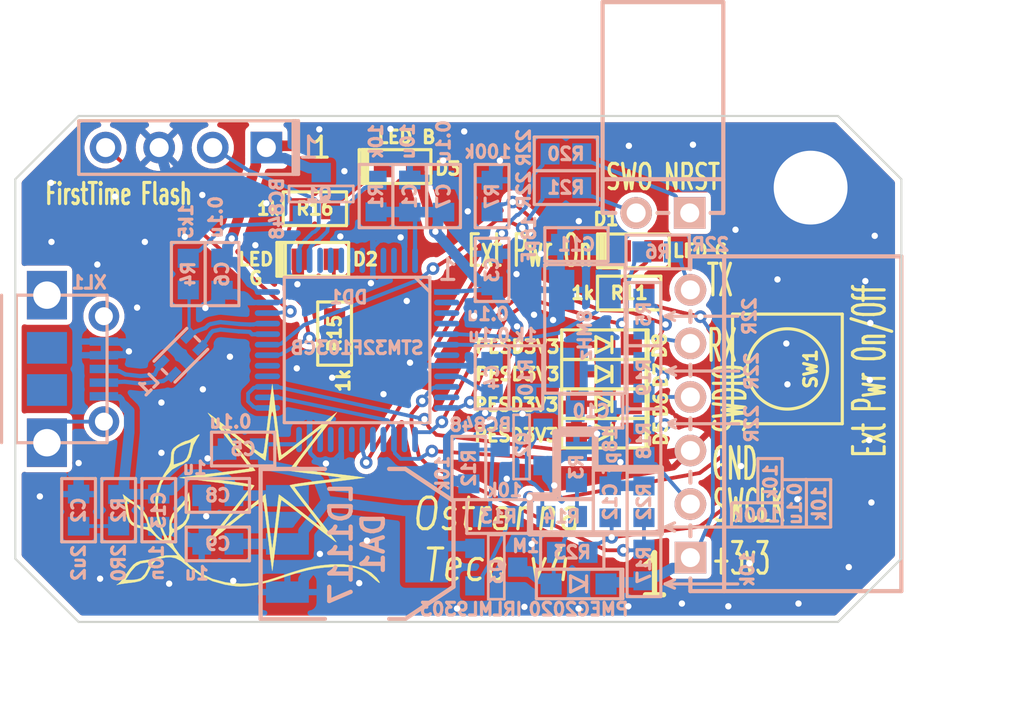
<source format=kicad_pcb>
(kicad_pcb (version 20200518) (host pcbnew "(5.99.0-1822-g1792479ca)")
  (layers (0 "F.Cu" signal hide) (31 "B.Cu" signal) (36 "B.SilkS" user) (37 "F.SilkS" user hide) (38 "B.Mask" user hide) (39 "F.Mask" user hide) (44 "Edge.Cuts" user))
  (net 0 "")
  (net 1 "GND")
  (net 2 "Net-(C10-Pad1)")
  (net 3 "Net-(C11-Pad1)")
  (net 4 "Net-(D1-PadA)")
  (net 5 "Net-(D2-PadA)")
  (net 6 "Net-(D3-PadC)")
  (net 7 "Net-(DD1-Pad6)")
  (net 8 "/AIN1")
  (net 9 "/TXD")
  (net 10 "/RXD")
  (net 11 "/T_JTCK")
  (net 12 "/T_NRST")
  (net 13 "/T_JTMS")
  (net 14 "/LED_STLINK")
  (net 15 "/T_SWO")
  (net 16 "/USB_D-")
  (net 17 "/USB_D+")
  (net 18 "/STM_JTMS")
  (net 19 "/STM_JTCK")
  (net 20 "Net-(Q2-Pad1)")
  (net 21 "Net-(Q2-Pad3)")
  (net 22 "/EXTPWR")
  (net 23 "Net-(R18-Pad1)")
  (net 24 "Net-(R19-Pad1)")
  (net 25 "Net-(R20-Pad1)")
  (net 26 "Net-(R21-Pad1)")
  (net 27 "Net-(XL1-PadH1)")
  (net 28 "Net-(C12-Pad1)")
  (net 29 "Net-(D4-PadA)")
  (net 30 "Net-(Q3-Pad1)")
  (net 31 "+3v3")
  (net 32 "Net-(C2-Pad1)")
  (net 33 "+5v")
  (net 34 "/USB_DIN+")
  (net 35 "/USB_DIN-")
  (net 36 "Net-(R5-Pad1)")
  (net 37 "Net-(R6-Pad1)")
  (net 38 "/USB_RENUM")
  (net 39 "Net-(Q1-Pad2)")
  (module "Connectors:PBS-2R-MIRR" (layer "B.Cu") (at 143.7 75.6)
    (fp_text reference "XL4" hide)
    (fp_text value "CONN_2" hide)
    (pad "2" thru_hole circle (at -1.27 0) (size 1.5 1.5) (drill 0.9) (layers *.Cu *.Mask "B.SilkS") (net 26 "Net-(R21-Pad1)"))
    (pad "1" thru_hole rect (at 1.27 0) (size 1.5 1.5) (drill 0.9) (layers *.Cu *.Mask "B.SilkS") (net 25 "Net-(R20-Pad1)"))
  )
  (module "Resistors:RES_0603" (layer "B.Cu") (at 130.1 74.8 -90)
    (fp_text reference "R1" (at 0 0 -270) (layer "B.SilkS") (effects (font (size 0.6 0.6)) (justify mirror)))
    (fp_text value "10k" (at -2.6 0 90) (layer "B.SilkS") (effects (font (size 0.6 0.6)) (justify mirror)))
    (pad "1" smd rect (at -0.75 0 270) (size 0.9 1) (layers "B.Cu" "B.Paste" "B.Mask") (net 38 "/USB_RENUM"))
    (pad "2" smd rect (at 0.75 0 270) (size 0.9 1) (layers "B.Cu" "B.Paste" "B.Mask") (net 31 "+3v3"))
  )
  (module "SOT:SOT23-3" (layer "B.Cu") (at 127.5 74.7)
    (fp_text reference "Q1" (at -0.1 0) (layer "B.SilkS") (effects (font (size 0.6 0.6)) (justify mirror)))
    (fp_text value "BC848" (at -2.1 0.7 90) (layer "B.SilkS") (effects (font (size 0.59944 0.59944) (thickness 0.14986)) (justify mirror)))
    (pad "3" smd rect (at 0 -1.016) (size 0.9144 0.9144) (layers "B.Cu" "B.Paste" "B.Mask") (net 31 "+3v3"))
    (pad "1" smd rect (at 0.889 1.016) (size 0.9144 0.9144) (layers "B.Cu" "B.Paste" "B.Mask") (net 38 "/USB_RENUM"))
    (pad "2" smd rect (at -0.889 1.016) (size 0.9144 0.9144) (layers "B.Cu" "B.Paste" "B.Mask") (net 39 "Net-(Q1-Pad2)"))
  )
  (module "Capacitors:CAP_0603" (layer "B.Cu") (at 119.8 89.7 -90)
    (fp_text reference "C13" (at 0 0 90) (layer "B.SilkS") (effects (font (size 0.6 0.6)) (justify mirror)))
    (fp_text value "10n" (at 2.5 0.1 90) (layer "B.SilkS") (effects (font (size 0.6 0.6)) (justify mirror)))
    (pad "2" smd rect (at 0.762 0 270) (size 0.889 1.016) (layers "B.Cu" "B.Paste" "B.Mask") (net 1 "GND"))
    (pad "1" smd rect (at -0.762 0 270) (size 0.889 1.016) (layers "B.Cu" "B.Paste" "B.Mask") (net 33 "+5v"))
  )
  (module "Resistors:RES_0603" (layer "B.Cu") (at 135.6 74.8 90)
    (fp_text reference "R7" (at 0 0 90) (layer "B.SilkS") (effects (font (size 0.6 0.6)) (justify mirror)))
    (fp_text value "100k" (at 2.1 -0.2 180) (layer "B.SilkS") (effects (font (size 0.6 0.6)) (justify mirror)))
    (pad "1" smd rect (at -0.75 0 90) (size 0.9 1) (layers "B.Cu" "B.Paste" "B.Mask") (net 10 "/RXD"))
    (pad "2" smd rect (at 0.75 0 90) (size 0.9 1) (layers "B.Cu" "B.Paste" "B.Mask") (net 1 "GND"))
  )
  (module "Connectors:USBmicro_MOLEX_1050170001" (layer "B.Cu") (at 113.05 83 90)
    (fp_text reference "XL1" (at 4.1 3.45 180) (layer "B.SilkS") (effects (font (size 0.6 0.6)) (justify mirror)))
    (fp_text value "USB_MICRO_2H" hide)
    (pad "H1" thru_hole circle (at -2.5 4.15 90) (size 1.45 1.45) (drill 0.85) (layers *.Cu *.Mask) (net 27 "Net-(XL1-PadH1)"))
    (pad "H4" thru_hole circle (at 2.5 4.15 90) (size 1.45 1.45) (drill 0.85) (layers *.Cu *.Mask))
    (pad "1" smd rect (at -1.3 4.15 90) (size 0.4 1.35) (layers "B.Cu" "B.Paste" "B.Mask") (net 33 "+5v"))
    (pad "2" smd rect (at -0.65 4.15 90) (size 0.4 1.35) (layers "B.Cu" "B.Paste" "B.Mask") (net 35 "/USB_DIN-"))
    (pad "3" smd rect (at 0 4.15 90) (size 0.4 1.35) (layers "B.Cu" "B.Paste" "B.Mask") (net 34 "/USB_DIN+"))
    (pad "4" smd rect (at 0.65 4.15 90) (size 0.4 1.35) (layers "B.Cu" "B.Paste" "B.Mask") (net 1 "GND"))
    (pad "5" smd rect (at 1.3 4.15 90) (size 0.4 1.35) (layers "B.Cu" "B.Paste" "B.Mask") (net 1 "GND"))
    (pad "H2" smd rect (at -1 1.45 90) (size 1.5 1.9) (layers "B.Cu" "B.Paste" "B.Mask"))
    (pad "H3" smd rect (at 1 1.45 90) (size 1.5 1.9) (layers "B.Cu" "B.Paste" "B.Mask"))
    (pad "H1" thru_hole rect (at -3.5 1.45 90) (size 2.3 1.9) (drill 1.3) (layers *.Cu *.Mask) (net 27 "Net-(XL1-PadH1)"))
    (pad "H4" thru_hole rect (at 3.5 1.45 90) (size 2.3 1.9) (drill 1.3) (layers *.Cu *.Mask))
  )
  (module "Resistors:RES_0603" (layer "B.Cu") (at 139.6 87.65 90)
    (fp_text reference "R3" (at 0 0 90) (layer "B.SilkS") (effects (font (size 0.6 0.6)) (justify mirror)))
    (fp_text value "10k" (at -0.7 9.2 270) (layer "B.SilkS") (effects (font (size 0.6 0.6)) (justify mirror)))
    (pad "1" smd rect (at -0.75 0 90) (size 0.9 1) (layers "B.Cu" "B.Paste" "B.Mask") (net 29 "Net-(D4-PadA)"))
    (pad "2" smd rect (at 0.75 0 90) (size 0.9 1) (layers "B.Cu" "B.Paste" "B.Mask") (net 1 "GND"))
  )
  (module "Inductors:DLW21SN" (layer "B.Cu") (at 120.85 82.35 45)
    (fp_text reference "L1" (at -2.085965 -0.106066 45) (layer "B.SilkS") (effects (font (size 0.6 0.6)) (justify mirror)))
    (fp_text value "90R" hide)
    (pad "4" smd rect (at -0.89916 -0.39878 45) (size 0.70104 0.39878) (layers "B.Cu" "B.Paste" "B.Mask") (net 34 "/USB_DIN+"))
    (pad "3" smd rect (at 0.89916 -0.39878 45) (size 0.70104 0.39878) (layers "B.Cu" "B.Paste" "B.Mask") (net 17 "/USB_D+"))
    (pad "2" smd rect (at 0.89916 0.39878 45) (size 0.70104 0.39878) (layers "B.Cu" "B.Paste" "B.Mask") (net 16 "/USB_D-"))
    (pad "1" smd rect (at -0.89916 0.39878 45) (size 0.70104 0.39878) (layers "B.Cu" "B.Paste" "B.Mask") (net 35 "/USB_DIN-"))
  )
  (module "Diodes:SOD323" (layer "F.Cu") (at 140.9 81.85 180)
    (fp_text reference "D8" (at -2.65 -0.05 90) (layer "F.SilkS") (effects (font (size 0.59944 0.59944) (thickness 0.14986))))
    (fp_text value "PESD3V3" (at 4.1 -0.1) (layer "F.SilkS") (effects (font (size 0.59944 0.59944) (thickness 0.14986))))
    (pad "C" smd rect (at -1.30048 0 180) (size 1.00076 1.00076) (layers "F.Cu" "F.Paste" "F.Mask") (net 9 "/TXD"))
    (pad "A" smd rect (at 1.30048 0 180) (size 1.00076 1.00076) (layers "F.Cu" "F.Paste" "F.Mask") (net 1 "GND"))
  )
  (module "Diodes:SOD323" (layer "F.Cu") (at 140.9 83.25 180)
    (fp_text reference "D7" (at -2.7 -0.05 90) (layer "F.SilkS") (effects (font (size 0.59944 0.59944) (thickness 0.14986))))
    (fp_text value "PESD3V3" (at 4.1 0) (layer "F.SilkS") (effects (font (size 0.59944 0.59944) (thickness 0.14986))))
    (pad "C" smd rect (at -1.30048 0 180) (size 1.00076 1.00076) (layers "F.Cu" "F.Paste" "F.Mask") (net 10 "/RXD"))
    (pad "A" smd rect (at 1.30048 0 180) (size 1.00076 1.00076) (layers "F.Cu" "F.Paste" "F.Mask") (net 1 "GND"))
  )
  (module "Diodes:SOD323" (layer "F.Cu") (at 140.9 84.65 180)
    (fp_text reference "D6" (at -2.7 -0.05 90) (layer "F.SilkS") (effects (font (size 0.59944 0.59944) (thickness 0.14986))))
    (fp_text value "PESD3V3" (at 4.15 -0.05) (layer "F.SilkS") (effects (font (size 0.59944 0.59944) (thickness 0.14986))))
    (pad "C" smd rect (at -1.30048 0 180) (size 1.00076 1.00076) (layers "F.Cu" "F.Paste" "F.Mask") (net 13 "/T_JTMS"))
    (pad "A" smd rect (at 1.30048 0 180) (size 1.00076 1.00076) (layers "F.Cu" "F.Paste" "F.Mask") (net 1 "GND"))
  )
  (module "Diodes:SOD323" (layer "F.Cu") (at 140.9 86.05 180)
    (fp_text reference "D5" (at -2.7 0 90) (layer "F.SilkS") (effects (font (size 0.59944 0.59944) (thickness 0.14986))))
    (fp_text value "PESD3V3" (at 4.15 -0.1) (layer "F.SilkS") (effects (font (size 0.59944 0.59944) (thickness 0.14986))))
    (pad "C" smd rect (at -1.30048 0 180) (size 1.00076 1.00076) (layers "F.Cu" "F.Paste" "F.Mask") (net 11 "/T_JTCK"))
    (pad "A" smd rect (at 1.30048 0 180) (size 1.00076 1.00076) (layers "F.Cu" "F.Paste" "F.Mask") (net 1 "GND"))
  )
  (module "Capacitors:CAP_0603" (layer "B.Cu") (at 116 89.7 90)
    (fp_text reference "C2" (at 0 0 270) (layer "B.SilkS") (effects (font (size 0.6 0.6)) (justify mirror)))
    (fp_text value "2u2" (at -2.5 0 270) (layer "B.SilkS") (effects (font (size 0.6 0.6)) (justify mirror)))
    (pad "2" smd rect (at 0.762 0 90) (size 0.889 1.016) (layers "B.Cu" "B.Paste" "B.Mask") (net 1 "GND"))
    (pad "1" smd rect (at -0.762 0 90) (size 0.889 1.016) (layers "B.Cu" "B.Paste" "B.Mask") (net 32 "Net-(C2-Pad1)"))
  )
  (module "Capacitors:CAP_0603" (layer "B.Cu") (at 131.7 74.8 90)
    (fp_text reference "C1" (at 0 0 90) (layer "B.SilkS") (effects (font (size 0.6 0.6)) (justify mirror)))
    (fp_text value "10u" (at 2.6 -0.1 90) (layer "B.SilkS") (effects (font (size 0.6 0.6)) (justify mirror)))
    (pad "2" smd rect (at 0.762 0 90) (size 0.889 1.016) (layers "B.Cu" "B.Paste" "B.Mask") (net 1 "GND"))
    (pad "1" smd rect (at -0.762 0 90) (size 0.889 1.016) (layers "B.Cu" "B.Paste" "B.Mask") (net 31 "+3v3"))
  )
  (module "Capacitors:CAP_0603" (layer "B.Cu") (at 135.6 78.3 90)
    (fp_text reference "C3" (at 0 0 90) (layer "B.SilkS") (effects (font (size 0.6 0.6)) (justify mirror)))
    (fp_text value "0.1u" (at -2.1 -0.2) (layer "B.SilkS") (effects (font (size 0.6 0.6)) (justify mirror)))
    (pad "2" smd rect (at 0.762 0 90) (size 0.889 1.016) (layers "B.Cu" "B.Paste" "B.Mask") (net 1 "GND"))
    (pad "1" smd rect (at -0.762 0 90) (size 0.889 1.016) (layers "B.Cu" "B.Paste" "B.Mask") (net 31 "+3v3"))
  )
  (module "Capacitors:CAP_0603" (layer "B.Cu") (at 135.6 83.4 90)
    (fp_text reference "C4" (at 0 0 90) (layer "B.SilkS") (effects (font (size 0.6 0.6)) (justify mirror)))
    (fp_text value "0.1u" (at 2 -0.15 180) (layer "B.SilkS") (effects (font (size 0.6 0.6)) (justify mirror)))
    (pad "2" smd rect (at 0.762 0 90) (size 0.889 1.016) (layers "B.Cu" "B.Paste" "B.Mask") (net 1 "GND"))
    (pad "1" smd rect (at -0.762 0 90) (size 0.889 1.016) (layers "B.Cu" "B.Paste" "B.Mask") (net 31 "+3v3"))
  )
  (module "Capacitors:CAP_0603" (layer "B.Cu") (at 123.8 86.8 180)
    (fp_text reference "C5" (at 0 0 180) (layer "B.SilkS") (effects (font (size 0.6 0.6)) (justify mirror)))
    (fp_text value "0.1u" (at 0.6 1.3) (layer "B.SilkS") (effects (font (size 0.6 0.6)) (justify mirror)))
    (pad "2" smd rect (at 0.762 0 180) (size 0.889 1.016) (layers "B.Cu" "B.Paste" "B.Mask") (net 1 "GND"))
    (pad "1" smd rect (at -0.762 0 180) (size 0.889 1.016) (layers "B.Cu" "B.Paste" "B.Mask") (net 31 "+3v3"))
  )
  (module "Capacitors:CAP_0603" (layer "B.Cu") (at 122.8 78.5 -90)
    (fp_text reference "C6" (at 0 0 90) (layer "B.SilkS") (effects (font (size 0.6 0.6)) (justify mirror)))
    (fp_text value "0.1u" (at -2.7 0.3 90) (layer "B.SilkS") (effects (font (size 0.6 0.6)) (justify mirror)))
    (pad "2" smd rect (at 0.762 0 270) (size 0.889 1.016) (layers "B.Cu" "B.Paste" "B.Mask") (net 1 "GND"))
    (pad "1" smd rect (at -0.762 0 270) (size 0.889 1.016) (layers "B.Cu" "B.Paste" "B.Mask") (net 31 "+3v3"))
  )
  (module "Capacitors:CAP_0603" (layer "B.Cu") (at 133.3 74.8 90)
    (fp_text reference "C7" (at 0 0 90) (layer "B.SilkS") (effects (font (size 0.6 0.6)) (justify mirror)))
    (fp_text value "0.1u" (at 2.6 0 90) (layer "B.SilkS") (effects (font (size 0.6 0.6)) (justify mirror)))
    (pad "2" smd rect (at 0.762 0 90) (size 0.889 1.016) (layers "B.Cu" "B.Paste" "B.Mask") (net 1 "GND"))
    (pad "1" smd rect (at -0.762 0 90) (size 0.889 1.016) (layers "B.Cu" "B.Paste" "B.Mask") (net 31 "+3v3"))
  )
  (module "Capacitors:CAP_0603" (layer "B.Cu") (at 122.6 89 180)
    (fp_text reference "C8" (at 0 0 180) (layer "B.SilkS") (effects (font (size 0.6 0.6)) (justify mirror)))
    (fp_text value "1u" (at 1.1 1.3 180) (layer "B.SilkS") (effects (font (size 0.6 0.6)) (justify mirror)))
    (pad "2" smd rect (at 0.762 0 180) (size 0.889 1.016) (layers "B.Cu" "B.Paste" "B.Mask") (net 1 "GND"))
    (pad "1" smd rect (at -0.762 0 180) (size 0.889 1.016) (layers "B.Cu" "B.Paste" "B.Mask") (net 33 "+5v"))
  )
  (module "Capacitors:CAP_0603" (layer "B.Cu") (at 122.6 91.3 180)
    (fp_text reference "C9" (at 0 0 180) (layer "B.SilkS") (effects (font (size 0.6 0.6)) (justify mirror)))
    (fp_text value "1u" (at 1 -1.4 180) (layer "B.SilkS") (effects (font (size 0.6 0.6)) (justify mirror)))
    (pad "2" smd rect (at 0.762 0 180) (size 0.889 1.016) (layers "B.Cu" "B.Paste" "B.Mask") (net 1 "GND"))
    (pad "1" smd rect (at -0.762 0 180) (size 0.889 1.016) (layers "B.Cu" "B.Paste" "B.Mask") (net 31 "+3v3"))
  )
  (module "Capacitors:CAP_0603" (layer "B.Cu") (at 140.3 85)
    (fp_text reference "C10" (at 0 0) (layer "B.SilkS") (effects (font (size 0.6 0.6)) (justify mirror)))
    (fp_text value "18pF" (at 0.9 1.9 90) (layer "B.SilkS") (effects (font (size 0.6 0.6)) (justify mirror)))
    (pad "2" smd rect (at 0.762 0) (size 0.889 1.016) (layers "B.Cu" "B.Paste" "B.Mask") (net 1 "GND"))
    (pad "1" smd rect (at -0.762 0) (size 0.889 1.016) (layers "B.Cu" "B.Paste" "B.Mask") (net 2 "Net-(C10-Pad1)"))
  )
  (module "Capacitors:CAP_0603" (layer "B.Cu") (at 139.6 77.1 180)
    (fp_text reference "C11" (at 0 0 180) (layer "B.SilkS") (effects (font (size 0.6 0.6)) (justify mirror)))
    (fp_text value "18pF" (at 2.25 0.25 270) (layer "B.SilkS") (effects (font (size 0.6 0.6)) (justify mirror)))
    (pad "2" smd rect (at 0.762 0 180) (size 0.889 1.016) (layers "B.Cu" "B.Paste" "B.Mask") (net 1 "GND"))
    (pad "1" smd rect (at -0.762 0 180) (size 0.889 1.016) (layers "B.Cu" "B.Paste" "B.Mask") (net 3 "Net-(C11-Pad1)"))
  )
  (module "LEDs:LED_0603" (layer "F.Cu") (at 142.5 77.4 180)
    (fp_text reference "D1" (at 1.5 1.5 180) (layer "F.SilkS") (effects (font (size 0.6 0.6))))
    (fp_text value "LED" (at -2.5 0 180) (layer "F.SilkS") (effects (font (size 0.6 0.6))))
    (pad "A" smd rect (at -0.762 0 180) (size 0.889 1.016) (layers "F.Cu" "F.Paste" "F.Mask") (net 4 "Net-(D1-PadA)"))
    (pad "C" smd rect (at 0.762 0 180) (size 0.889 1.016) (layers "F.Cu" "F.Paste" "F.Mask") (net 1 "GND"))
  )
  (module "LEDs:LED_0603" (layer "F.Cu") (at 127.3 77.8 180)
    (fp_text reference "D2" (at -2.3 0 180) (layer "F.SilkS") (effects (font (size 0.6 0.6))))
    (fp_text value "LED" (at 2.9 0 180) (layer "F.SilkS") (effects (font (size 0.6 0.6))))
    (pad "A" smd rect (at -0.762 0 180) (size 0.889 1.016) (layers "F.Cu" "F.Paste" "F.Mask") (net 5 "Net-(D2-PadA)"))
    (pad "C" smd rect (at 0.762 0 180) (size 0.889 1.016) (layers "F.Cu" "F.Paste" "F.Mask") (net 1 "GND"))
  )
  (module "LEDs:LED_0603" (layer "F.Cu") (at 131.2 73.4 180)
    (fp_text reference "D3" (at -2.3 -0.1 180) (layer "F.SilkS") (effects (font (size 0.6 0.6))))
    (fp_text value "LED" (at 0.2 1.4 180) (layer "F.SilkS") (effects (font (size 0.6 0.6))))
    (pad "A" smd rect (at -0.762 0 180) (size 0.889 1.016) (layers "F.Cu" "F.Paste" "F.Mask") (net 31 "+3v3"))
    (pad "C" smd rect (at 0.762 0 180) (size 0.889 1.016) (layers "F.Cu" "F.Paste" "F.Mask") (net 6 "Net-(D3-PadC)"))
  )
  (module "SOT:SOT223" (layer "B.Cu") (at 129.2 91.3 90)
    (fp_text reference "DA1" (at 0 0.762 90) (layer "B.SilkS") (effects (font (size 1.016 1.016) (thickness 0.2032)) (justify mirror)))
    (fp_text value "LD1117" (at 0 -0.762 90) (layer "B.SilkS") (effects (font (size 1.016 1.016) (thickness 0.2032)) (justify mirror)))
    (pad "1" smd rect (at -2.286 -3.302 90) (size 1.016 2.032) (layers "B.Cu" "B.Paste" "B.Mask") (net 1 "GND"))
    (pad "3" smd rect (at 2.286 -3.302 90) (size 1.016 2.032) (layers "B.Cu" "B.Paste" "B.Mask") (net 33 "+5v"))
    (pad "2" smd rect (at 0 -3.302 90) (size 1.016 2.032) (layers "B.Cu" "B.Paste" "B.Mask") (net 31 "+3v3"))
    (pad "PAD" smd rect (at 0 3.302 90) (size 3.6576 2.032) (layers "B.Cu" "B.Paste" "B.Mask") (net 31 "+3v3"))
  )
  (module "LQFP_TQFP:LQFP48" (layer "B.Cu") (at 129.2 82.1 180)
    (fp_text reference "DD1" (at 0.39878 2.49936 180) (layer "B.SilkS") (effects (font (size 0.59944 0.59944) (thickness 0.14986)) (justify mirror)))
    (fp_text value "STM32F103CB" (at 0 0.1 180) (layer "B.SilkS") (effects (font (size 0.59944 0.59944) (thickness 0.14986)) (justify mirror)))
    (fp_text user "1" (at -4.3 3.8 180) (layer "B.SilkS") (effects (justify mirror)))
    (pad "1" smd rect (at -4.25 2.75 180) (size 1.2 0.27) (layers "B.Cu" "B.Paste" "B.Mask") (net 31 "+3v3"))
    (pad "2" smd oval (at -4.25 2.25 180) (size 1.2 0.27) (layers "B.Cu" "B.Paste" "B.Mask"))
    (pad "3" smd oval (at -4.25 1.75 180) (size 1.2 0.27) (layers "B.Cu" "B.Paste" "B.Mask"))
    (pad "4" smd oval (at -4.25 1.25 180) (size 1.2 0.27) (layers "B.Cu" "B.Paste" "B.Mask"))
    (pad "5" smd oval (at -4.25 0.75 180) (size 1.2 0.27) (layers "B.Cu" "B.Paste" "B.Mask") (net 3 "Net-(C11-Pad1)"))
    (pad "6" smd oval (at -4.25 0.25 180) (size 1.2 0.27) (layers "B.Cu" "B.Paste" "B.Mask") (net 7 "Net-(DD1-Pad6)"))
    (pad "7" smd oval (at -4.25 -0.25 180) (size 1.2 0.27) (layers "B.Cu" "B.Paste" "B.Mask"))
    (pad "8" smd oval (at -4.25 -0.75 180) (size 1.2 0.27) (layers "B.Cu" "B.Paste" "B.Mask") (net 1 "GND"))
    (pad "9" smd oval (at -4.25 -1.25 180) (size 1.2 0.27) (layers "B.Cu" "B.Paste" "B.Mask") (net 31 "+3v3"))
    (pad "10" smd oval (at -4.25 -1.75 180) (size 1.2 0.27) (layers "B.Cu" "B.Paste" "B.Mask") (net 8 "/AIN1"))
    (pad "11" smd oval (at -4.25 -2.25 180) (size 1.2 0.27) (layers "B.Cu" "B.Paste" "B.Mask"))
    (pad "12" smd oval (at -4.25 -2.75 180) (size 1.2 0.27) (layers "B.Cu" "B.Paste" "B.Mask") (net 9 "/TXD"))
    (pad "13" smd oval (at -2.75 -4.25 90) (size 1.2 0.27) (layers "B.Cu" "B.Paste" "B.Mask") (net 10 "/RXD"))
    (pad "14" smd oval (at -2.25 -4.25 90) (size 1.2 0.27) (layers "B.Cu" "B.Paste" "B.Mask"))
    (pad "15" smd oval (at -1.75 -4.25 90) (size 1.2 0.27) (layers "B.Cu" "B.Paste" "B.Mask") (net 11 "/T_JTCK"))
    (pad "16" smd oval (at -1.25 -4.25 90) (size 1.2 0.27) (layers "B.Cu" "B.Paste" "B.Mask"))
    (pad "17" smd oval (at -0.75 -4.25 90) (size 1.2 0.27) (layers "B.Cu" "B.Paste" "B.Mask"))
    (pad "18" smd oval (at -0.25 -4.25 90) (size 1.2 0.27) (layers "B.Cu" "B.Paste" "B.Mask") (net 12 "/T_NRST"))
    (pad "19" smd oval (at 0.25 -4.25 90) (size 1.2 0.27) (layers "B.Cu" "B.Paste" "B.Mask"))
    (pad "20" smd oval (at 0.75 -4.25 90) (size 1.2 0.27) (layers "B.Cu" "B.Paste" "B.Mask") (net 1 "GND"))
    (pad "21" smd oval (at 1.25 -4.25 90) (size 1.2 0.27) (layers "B.Cu" "B.Paste" "B.Mask"))
    (pad "22" smd oval (at 1.75 -4.25 90) (size 1.2 0.27) (layers "B.Cu" "B.Paste" "B.Mask"))
    (pad "23" smd oval (at 2.25 -4.25 90) (size 1.2 0.27) (layers "B.Cu" "B.Paste" "B.Mask") (net 1 "GND"))
    (pad "24" smd oval (at 2.75 -4.25 90) (size 1.2 0.27) (layers "B.Cu" "B.Paste" "B.Mask") (net 31 "+3v3"))
    (pad "25" smd oval (at 4.25 -2.75 180) (size 1.2 0.27) (layers "B.Cu" "B.Paste" "B.Mask") (net 13 "/T_JTMS"))
    (pad "26" smd oval (at 4.25 -2.25 180) (size 1.2 0.27) (layers "B.Cu" "B.Paste" "B.Mask") (net 11 "/T_JTCK"))
    (pad "27" smd oval (at 4.25 -1.75 180) (size 1.2 0.27) (layers "B.Cu" "B.Paste" "B.Mask") (net 13 "/T_JTMS"))
    (pad "28" smd oval (at 4.25 -1.25 180) (size 1.2 0.27) (layers "B.Cu" "B.Paste" "B.Mask"))
    (pad "29" smd oval (at 4.25 -0.75 180) (size 1.2 0.27) (layers "B.Cu" "B.Paste" "B.Mask"))
    (pad "30" smd oval (at 4.25 -0.25 180) (size 1.2 0.27) (layers "B.Cu" "B.Paste" "B.Mask") (net 14 "/LED_STLINK"))
    (pad "31" smd oval (at 4.25 0.25 180) (size 1.2 0.27) (layers "B.Cu" "B.Paste" "B.Mask") (net 15 "/T_SWO"))
    (pad "32" smd oval (at 4.25 0.75 180) (size 1.2 0.27) (layers "B.Cu" "B.Paste" "B.Mask") (net 16 "/USB_D-"))
    (pad "33" smd oval (at 4.25 1.25 180) (size 1.2 0.27) (layers "B.Cu" "B.Paste" "B.Mask") (net 17 "/USB_D+"))
    (pad "34" smd oval (at 4.25 1.75 180) (size 1.2 0.27) (layers "B.Cu" "B.Paste" "B.Mask") (net 18 "/STM_JTMS"))
    (pad "35" smd oval (at 4.25 2.25 180) (size 1.2 0.27) (layers "B.Cu" "B.Paste" "B.Mask") (net 1 "GND"))
    (pad "36" smd oval (at 4.25 2.75 180) (size 1.2 0.27) (layers "B.Cu" "B.Paste" "B.Mask") (net 31 "+3v3"))
    (pad "37" smd oval (at 2.75 4.25 90) (size 1.2 0.27) (layers "B.Cu" "B.Paste" "B.Mask") (net 19 "/STM_JTCK"))
    (pad "38" smd oval (at 2.25 4.25 90) (size 1.2 0.27) (layers "B.Cu" "B.Paste" "B.Mask") (net 38 "/USB_RENUM"))
    (pad "39" smd oval (at 1.75 4.25 90) (size 1.2 0.27) (layers "B.Cu" "B.Paste" "B.Mask"))
    (pad "40" smd oval (at 1.25 4.25 90) (size 1.2 0.27) (layers "B.Cu" "B.Paste" "B.Mask"))
    (pad "41" smd oval (at 0.75 4.25 90) (size 1.2 0.27) (layers "B.Cu" "B.Paste" "B.Mask"))
    (pad "42" smd oval (at 0.25 4.25 90) (size 1.2 0.27) (layers "B.Cu" "B.Paste" "B.Mask"))
    (pad "43" smd oval (at -0.25 4.25 90) (size 1.2 0.27) (layers "B.Cu" "B.Paste" "B.Mask"))
    (pad "44" smd oval (at -0.75 4.25 90) (size 1.2 0.27) (layers "B.Cu" "B.Paste" "B.Mask") (net 1 "GND"))
    (pad "45" smd oval (at -1.25 4.25 90) (size 1.2 0.27) (layers "B.Cu" "B.Paste" "B.Mask"))
    (pad "46" smd oval (at -1.75 4.25 90) (size 1.2 0.27) (layers "B.Cu" "B.Paste" "B.Mask"))
    (pad "47" smd oval (at -2.25 4.25 90) (size 1.2 0.27) (layers "B.Cu" "B.Paste" "B.Mask") (net 1 "GND"))
    (pad "48" smd oval (at -2.75 4.25 90) (size 1.2 0.27) (layers "B.Cu" "B.Paste" "B.Mask") (net 31 "+3v3"))
  )
  (module "PCB:Hole3_5_out6mm" (layer "F.Cu") (at 150.7 74.4)
    (fp_text reference "HOLE5" hide)
    (fp_text value "HOLE_METALLED" hide)
    (pad "H" thru_hole circle (at 0 0) (size 6 6) (drill 3.5) (layers *.Cu *.Mask) (net 1 "GND"))
  )
  (module "Pictures:Ostranna_12d7_10d1" (layer "F.Cu") (at 124 88.5)
    (fp_text reference "Logo1" hide)
    (fp_text value "Logo" hide)
  )
  (module "SOT:SOT23-3" (layer "B.Cu") (at 137 86.7 90)
    (fp_text reference "Q2" (at 0.1 0.05 270) (layer "B.SilkS") (effects (font (size 0.6 0.6)) (justify mirror)))
    (fp_text value "BC848" (at 1.05 -1.95 180) (layer "B.SilkS") (effects (font (size 0.59944 0.59944) (thickness 0.14986)) (justify mirror)))
    (pad "3" smd rect (at 0 -1.016 90) (size 0.9144 0.9144) (layers "B.Cu" "B.Paste" "B.Mask") (net 21 "Net-(Q2-Pad3)"))
    (pad "1" smd rect (at 0.889 1.016 90) (size 0.9144 0.9144) (layers "B.Cu" "B.Paste" "B.Mask") (net 20 "Net-(Q2-Pad1)"))
    (pad "2" smd rect (at -0.889 1.016 90) (size 0.9144 0.9144) (layers "B.Cu" "B.Paste" "B.Mask") (net 1 "GND"))
  )
  (module "SOT:SOT23-3" (layer "B.Cu") (at 135.8 92.4 -90)
    (fp_text reference "Q3" (at 0.2 0 -90) (layer "B.SilkS") (effects (font (size 0.6 0.6)) (justify mirror)))
    (fp_text value "IRLML9303" (at 2 1.2) (layer "B.SilkS") (effects (font (size 0.59944 0.59944) (thickness 0.14986)) (justify mirror)))
    (pad "3" smd rect (at 0 -1.016 270) (size 0.9144 0.9144) (layers "B.Cu" "B.Paste" "B.Mask") (net 29 "Net-(D4-PadA)"))
    (pad "1" smd rect (at 0.889 1.016 270) (size 0.9144 0.9144) (layers "B.Cu" "B.Paste" "B.Mask") (net 30 "Net-(Q3-Pad1)"))
    (pad "2" smd rect (at -0.889 1.016 270) (size 0.9144 0.9144) (layers "B.Cu" "B.Paste" "B.Mask") (net 31 "+3v3"))
  )
  (module "Resistors:RES_0603" (layer "B.Cu") (at 117.9 89.7 -90)
    (fp_text reference "R2" (at 0 0 90) (layer "B.SilkS") (effects (font (size 0.6 0.6)) (justify mirror)))
    (fp_text value "2R0" (at 2.5 0 90) (layer "B.SilkS") (effects (font (size 0.6 0.6)) (justify mirror)))
    (pad "1" smd rect (at -0.75 0 270) (size 0.9 1) (layers "B.Cu" "B.Paste" "B.Mask") (net 33 "+5v"))
    (pad "2" smd rect (at 0.75 0 270) (size 0.9 1) (layers "B.Cu" "B.Paste" "B.Mask") (net 32 "Net-(C2-Pad1)"))
  )
  (module "Resistors:RES_0603" (layer "B.Cu") (at 121.2 78.5 90)
    (fp_text reference "R4" (at 0 0 270) (layer "B.SilkS") (effects (font (size 0.6 0.6)) (justify mirror)))
    (fp_text value "1k5" (at 2.5 -0.1 270) (layer "B.SilkS") (effects (font (size 0.6 0.6)) (justify mirror)))
    (pad "1" smd rect (at -0.75 0 90) (size 0.9 1) (layers "B.Cu" "B.Paste" "B.Mask") (net 17 "/USB_D+"))
    (pad "2" smd rect (at 0.75 0 90) (size 0.9 1) (layers "B.Cu" "B.Paste" "B.Mask") (net 39 "Net-(Q1-Pad2)"))
  )
  (module "Resistors:RES_0603" (layer "B.Cu") (at 142.8 80.4 90)
    (fp_text reference "R5" (at 0 0 270) (layer "B.SilkS") (effects (font (size 0.6 0.6)) (justify mirror)))
    (fp_text value "22R" (at -0.1 5 90) (layer "B.SilkS") (effects (font (size 0.6 0.6)) (justify mirror)))
    (pad "1" smd rect (at -0.75 0 90) (size 0.9 1) (layers "B.Cu" "B.Paste" "B.Mask") (net 36 "Net-(R5-Pad1)"))
    (pad "2" smd rect (at 0.75 0 90) (size 0.9 1) (layers "B.Cu" "B.Paste" "B.Mask") (net 10 "/RXD"))
  )
  (module "Resistors:RES_0603" (layer "B.Cu") (at 143.45 77.45 180)
    (fp_text reference "R6" (at 0 0) (layer "B.SilkS") (effects (font (size 0.6 0.6)) (justify mirror)))
    (fp_text value "22R" (at -2.5 0.35 180) (layer "B.SilkS") (effects (font (size 0.6 0.6)) (justify mirror)))
    (pad "1" smd rect (at -0.75 0 180) (size 0.9 1) (layers "B.Cu" "B.Paste" "B.Mask") (net 37 "Net-(R6-Pad1)"))
    (pad "2" smd rect (at 0.75 0 180) (size 0.9 1) (layers "B.Cu" "B.Paste" "B.Mask") (net 9 "/TXD"))
  )
  (module "Resistors:RES_0603" (layer "B.Cu") (at 137.2 83.4 90)
    (fp_text reference "R10" (at 0 0 90) (layer "B.SilkS") (effects (font (size 0.6 0.6)) (justify mirror)))
    (fp_text value "1k" (at 2 0 180) (layer "B.SilkS") (effects (font (size 0.6 0.6)) (justify mirror)))
    (pad "1" smd rect (at -0.75 0 90) (size 0.9 1) (layers "B.Cu" "B.Paste" "B.Mask") (net 2 "Net-(C10-Pad1)"))
    (pad "2" smd rect (at 0.75 0 90) (size 0.9 1) (layers "B.Cu" "B.Paste" "B.Mask") (net 7 "Net-(DD1-Pad6)"))
  )
  (module "Resistors:RES_0603" (layer "F.Cu") (at 142.1 79.4)
    (fp_text reference "R11" (at 0 0) (layer "F.SilkS") (effects (font (size 0.6 0.6))))
    (fp_text value "1k" (at -2.2 0) (layer "F.SilkS") (effects (font (size 0.6 0.6))))
    (pad "1" smd rect (at -0.75 0) (size 0.9 1) (layers "F.Cu" "F.Paste" "F.Mask") (net 4 "Net-(D1-PadA)"))
    (pad "2" smd rect (at 0.75 0) (size 0.9 1) (layers "F.Cu" "F.Paste" "F.Mask") (net 22 "/EXTPWR"))
  )
  (module "Resistors:RES_0603" (layer "B.Cu") (at 134.5 87.7 90)
    (fp_text reference "R12" (at 0 0 90) (layer "B.SilkS") (effects (font (size 0.6 0.6)) (justify mirror)))
    (fp_text value "10k" (at -0.25 -1.25 90) (layer "B.SilkS") (effects (font (size 0.6 0.6)) (justify mirror)))
    (pad "1" smd rect (at -0.75 0 90) (size 0.9 1) (layers "B.Cu" "B.Paste" "B.Mask") (net 31 "+3v3"))
    (pad "2" smd rect (at 0.75 0 90) (size 0.9 1) (layers "B.Cu" "B.Paste" "B.Mask") (net 21 "Net-(Q2-Pad3)"))
  )
  (module "Resistors:RES_0603" (layer "B.Cu") (at 135.9 90 180)
    (fp_text reference "R13" (at 0 0 180) (layer "B.SilkS") (effects (font (size 0.6 0.6)) (justify mirror)))
    (fp_text value "10k" (at -0.3 1.25) (layer "B.SilkS") (effects (font (size 0.6 0.6)) (justify mirror)))
    (pad "1" smd rect (at -0.75 0 180) (size 0.9 1) (layers "B.Cu" "B.Paste" "B.Mask") (net 30 "Net-(Q3-Pad1)"))
    (pad "2" smd rect (at 0.75 0 180) (size 0.9 1) (layers "B.Cu" "B.Paste" "B.Mask") (net 21 "Net-(Q2-Pad3)"))
  )
  (module "Resistors:RES_0603" (layer "B.Cu") (at 138.9 90 180)
    (fp_text reference "R14" (at 0 0 180) (layer "B.SilkS") (effects (font (size 0.6 0.6)) (justify mirror)))
    (fp_text value "100k" (at -9.25 0.05 180) (layer "B.SilkS") (effects (font (size 0.6 0.6)) (justify mirror)))
    (pad "1" smd rect (at -0.75 0 180) (size 0.9 1) (layers "B.Cu" "B.Paste" "B.Mask") (net 29 "Net-(D4-PadA)"))
    (pad "2" smd rect (at 0.75 0 180) (size 0.9 1) (layers "B.Cu" "B.Paste" "B.Mask") (net 20 "Net-(Q2-Pad1)"))
  )
  (module "Resistors:RES_0603" (layer "F.Cu") (at 128.136 81.3218 -90)
    (fp_text reference "R15" (at 0 0 -90) (layer "F.SilkS") (effects (font (size 0.6 0.6))))
    (fp_text value "1k" (at 2.2282 -0.414 -90) (layer "F.SilkS") (effects (font (size 0.6 0.6))))
    (pad "1" smd rect (at -0.75 0 270) (size 0.9 1) (layers "F.Cu" "F.Paste" "F.Mask") (net 5 "Net-(D2-PadA)"))
    (pad "2" smd rect (at 0.75 0 270) (size 0.9 1) (layers "F.Cu" "F.Paste" "F.Mask") (net 14 "/LED_STLINK"))
  )
  (module "Resistors:RES_0603" (layer "F.Cu") (at 127.2 75.4 180)
    (fp_text reference "R16" (at 0 0 180) (layer "F.SilkS") (effects (font (size 0.6 0.6))))
    (fp_text value "1k" (at 2.2 0 180) (layer "F.SilkS") (effects (font (size 0.6 0.6))))
    (pad "1" smd rect (at -0.75 0 180) (size 0.9 1) (layers "F.Cu" "F.Paste" "F.Mask") (net 6 "Net-(D3-PadC)"))
    (pad "2" smd rect (at 0.75 0 180) (size 0.9 1) (layers "F.Cu" "F.Paste" "F.Mask") (net 14 "/LED_STLINK"))
  )
  (module "Resistors:RES_0603" (layer "B.Cu") (at 142.8 92.3 90)
    (fp_text reference "R17" (at 0 0 90) (layer "B.SilkS") (effects (font (size 0.6 0.6)) (justify mirror)))
    (fp_text value "10k" (at -0.2 4.9 90) (layer "B.SilkS") (effects (font (size 0.6 0.6)) (justify mirror)))
    (pad "1" smd rect (at -0.75 0 90) (size 0.9 1) (layers "B.Cu" "B.Paste" "B.Mask") (net 22 "/EXTPWR"))
    (pad "2" smd rect (at 0.75 0 90) (size 0.9 1) (layers "B.Cu" "B.Paste" "B.Mask") (net 8 "/AIN1"))
  )
  (module "Resistors:RES_0603" (layer "B.Cu") (at 142.8 86.4 90)
    (fp_text reference "R18" (at 0 0 90) (layer "B.SilkS") (effects (font (size 0.6 0.6)) (justify mirror)))
    (fp_text value "22R" (at 0.8 5.1 90) (layer "B.SilkS") (effects (font (size 0.6 0.6)) (justify mirror)))
    (pad "1" smd rect (at -0.75 0 90) (size 0.9 1) (layers "B.Cu" "B.Paste" "B.Mask") (net 23 "Net-(R18-Pad1)"))
    (pad "2" smd rect (at 0.75 0 90) (size 0.9 1) (layers "B.Cu" "B.Paste" "B.Mask") (net 11 "/T_JTCK"))
  )
  (module "Resistors:RES_0603" (layer "B.Cu") (at 142.8 83.4 90)
    (fp_text reference "R19" (at 0 0 90) (layer "B.SilkS") (effects (font (size 0.6 0.6)) (justify mirror)))
    (fp_text value "22R" (at 0.3 5.1 90) (layer "B.SilkS") (effects (font (size 0.6 0.6)) (justify mirror)))
    (pad "1" smd rect (at -0.75 0 90) (size 0.9 1) (layers "B.Cu" "B.Paste" "B.Mask") (net 24 "Net-(R19-Pad1)"))
    (pad "2" smd rect (at 0.75 0 90) (size 0.9 1) (layers "B.Cu" "B.Paste" "B.Mask") (net 13 "/T_JTMS"))
  )
  (module "Resistors:RES_0603" (layer "B.Cu") (at 139.1 72.8 180)
    (fp_text reference "R20" (at 0 0 180) (layer "B.SilkS") (effects (font (size 0.6 0.6)) (justify mirror)))
    (fp_text value "22R" (at 2 0.3 90) (layer "B.SilkS") (effects (font (size 0.6 0.6)) (justify mirror)))
    (pad "1" smd rect (at -0.75 0 180) (size 0.9 1) (layers "B.Cu" "B.Paste" "B.Mask") (net 25 "Net-(R20-Pad1)"))
    (pad "2" smd rect (at 0.75 0 180) (size 0.9 1) (layers "B.Cu" "B.Paste" "B.Mask") (net 12 "/T_NRST"))
  )
  (module "Resistors:RES_0603" (layer "B.Cu") (at 139.1 74.4 180)
    (fp_text reference "R21" (at 0 0 180) (layer "B.SilkS") (effects (font (size 0.6 0.6)) (justify mirror)))
    (fp_text value "22R" (at 2 -0.1 90) (layer "B.SilkS") (effects (font (size 0.6 0.6)) (justify mirror)))
    (pad "1" smd rect (at -0.75 0 180) (size 0.9 1) (layers "B.Cu" "B.Paste" "B.Mask") (net 26 "Net-(R21-Pad1)"))
    (pad "2" smd rect (at 0.75 0 180) (size 0.9 1) (layers "B.Cu" "B.Paste" "B.Mask") (net 15 "/T_SWO"))
  )
  (module "Resistors:RES_0603" (layer "B.Cu") (at 142.8 89.3 90)
    (fp_text reference "R22" (at 0 0 90) (layer "B.SilkS") (effects (font (size 0.6 0.6)) (justify mirror)))
    (fp_text value "10k" (at -0.1 8.3 90) (layer "B.SilkS") (effects (font (size 0.6 0.6)) (justify mirror)))
    (pad "1" smd rect (at -0.75 0 90) (size 0.9 1) (layers "B.Cu" "B.Paste" "B.Mask") (net 8 "/AIN1"))
    (pad "2" smd rect (at 0.75 0 90) (size 0.9 1) (layers "B.Cu" "B.Paste" "B.Mask") (net 1 "GND"))
  )
  (module "Connectors:PLS-4" (layer "F.Cu") (at 124.9 72.5 180)
    (fp_text reference "XL2" hide)
    (fp_text value "CONN_4" hide)
    (fp_text user "1" (at -2 0) (layer "B.SilkS") (effects (justify mirror)))
    (fp_text user "1" (at -2.6 0 180) (layer "F.SilkS"))
    (pad "4" thru_hole circle (at 7.62 0 180) (size 1.5 1.5) (drill 0.9) (layers *.Cu *.Mask) (net 18 "/STM_JTMS"))
    (pad "3" thru_hole circle (at 5.08 0 180) (size 1.5 1.5) (drill 0.9) (layers *.Cu *.Mask) (net 1 "GND"))
    (pad "2" thru_hole circle (at 2.54 0 180) (size 1.5 1.5) (drill 0.9) (layers *.Cu *.Mask) (net 19 "/STM_JTCK"))
    (pad "1" thru_hole rect (at 0 0 180) (size 1.5 1.5) (drill 0.9) (layers *.Cu *.Mask) (net 31 "+3v3"))
  )
  (module "Quartz:0503x4-4" (layer "B.Cu") (at 140 81.1 90)
    (fp_text reference "XTAL1" hide)
    (fp_text value "8MHz" (at -0.3 0 90) (layer "B.SilkS") (effects (font (size 0.6 0.6)) (justify mirror)))
    (pad "H" smd rect (at -1.84912 1.09982 90) (size 1.89992 1.19888) (layers "B.Cu" "B.Paste" "B.Mask") (net 1 "GND"))
    (pad "2" smd rect (at 1.84912 1.09982 90) (size 1.89992 1.19888) (layers "B.Cu" "B.Paste" "B.Mask") (net 3 "Net-(C11-Pad1)"))
    (pad "H" smd rect (at 1.84912 -1.09982 90) (size 1.89992 1.19888) (layers "B.Cu" "B.Paste" "B.Mask") (net 1 "GND"))
    (pad "1" smd rect (at -1.84912 -1.09982 90) (size 1.89992 1.19888) (layers "B.Cu" "B.Paste" "B.Mask") (net 2 "Net-(C10-Pad1)"))
  )
  (module "Capacitors:CAP_0603" (layer "B.Cu") (at 141.2 89.3 90)
    (fp_text reference "C12" (at 0 0 90) (layer "B.SilkS") (effects (font (size 0.6 0.6)) (justify mirror)))
    (fp_text value "0.1u" (at -0.1 8.75 270) (layer "B.SilkS") (effects (font (size 0.6 0.6)) (justify mirror)))
    (pad "2" smd rect (at 0.762 0 90) (size 0.889 1.016) (layers "B.Cu" "B.Paste" "B.Mask") (net 1 "GND"))
    (pad "1" smd rect (at -0.762 0 90) (size 0.889 1.016) (layers "B.Cu" "B.Paste" "B.Mask") (net 28 "Net-(C12-Pad1)"))
  )
  (module "Diodes:SOD323" (layer "B.Cu") (at 139.7 93.2 180)
    (fp_text reference "D4" hide)
    (fp_text value "PMEG2020" (at 0 -1.2 180) (layer "B.SilkS") (effects (font (size 0.59944 0.59944) (thickness 0.14986)) (justify mirror)))
    (pad "C" smd rect (at -1.30048 0 180) (size 1.00076 1.00076) (layers "B.Cu" "B.Paste" "B.Mask") (net 22 "/EXTPWR"))
    (pad "A" smd rect (at 1.30048 0 180) (size 1.00076 1.00076) (layers "B.Cu" "B.Paste" "B.Mask") (net 29 "Net-(D4-PadA)"))
  )
  (module "Resistors:RES_0603" (layer "B.Cu") (at 139.4 91.7)
    (fp_text reference "R23" (at 0 0) (layer "B.SilkS") (effects (font (size 0.6 0.6)) (justify mirror)))
    (fp_text value "1M" (at -2.2 -0.3) (layer "B.SilkS") (effects (font (size 0.6 0.6)) (justify mirror)))
    (pad "1" smd rect (at -0.75 0) (size 0.9 1) (layers "B.Cu" "B.Paste" "B.Mask") (net 29 "Net-(D4-PadA)"))
    (pad "2" smd rect (at 0.75 0) (size 0.9 1) (layers "B.Cu" "B.Paste" "B.Mask") (net 28 "Net-(C12-Pad1)"))
  )
  (module "BtnsSwitches:BTN_4x4_SMD" (layer "F.Cu") (at 149.6 83 90)
    (fp_text reference "SW1" (at 0 1.1 90) (layer "F.SilkS") (effects (font (size 0.59944 0.59944) (thickness 0.14986))))
    (fp_text value "BUTTON" hide)
    (pad "1" smd rect (at -3 -1.85 90) (size 1 1.1) (layers "F.Cu" "F.Paste" "F.Mask") (net 30 "Net-(Q3-Pad1)"))
    (pad "2" smd rect (at -3 1.85 90) (size 1 1.1) (layers "F.Cu" "F.Paste" "F.Mask") (net 28 "Net-(C12-Pad1)"))
    (pad "2" smd rect (at 3 1.85 90) (size 1 1.1) (layers "F.Cu" "F.Paste" "F.Mask") (net 28 "Net-(C12-Pad1)"))
    (pad "1" smd rect (at 3 -1.85 90) (size 1 1.1) (layers "F.Cu" "F.Paste" "F.Mask") (net 30 "Net-(Q3-Pad1)"))
  )
  (module "Connectors:PBS-6R-MIRR" (layer "B.Cu") (at 145 85.6 -90)
    (fp_text reference "XL3" hide)
    (fp_text value "CONN_6" hide)
    (pad "4" thru_hole circle (at -1.27 0 270) (size 1.5 1.5) (drill 0.9) (layers *.Cu *.Mask "B.SilkS") (net 24 "Net-(R19-Pad1)"))
    (pad "3" thru_hole circle (at 1.27 0 270) (size 1.5 1.5) (drill 0.9) (layers *.Cu *.Mask "B.SilkS") (net 1 "GND"))
    (pad "2" thru_hole circle (at 3.81 0 270) (size 1.5 1.5) (drill 0.9) (layers *.Cu *.Mask "B.SilkS") (net 23 "Net-(R18-Pad1)"))
    (pad "1" thru_hole rect (at 6.35 0 270) (size 1.5 1.5) (drill 0.9) (layers *.Cu *.Mask "B.SilkS") (net 22 "/EXTPWR"))
    (pad "5" thru_hole circle (at -3.81 0 270) (size 1.5 1.5) (drill 0.9) (layers *.Cu *.Mask "B.SilkS") (net 36 "Net-(R5-Pad1)"))
    (pad "6" thru_hole circle (at -6.35 0 270) (size 1.5 1.5) (drill 0.9) (layers *.Cu *.Mask "B.SilkS") (net 37 "Net-(R6-Pad1)"))
  )
  (gr_line (start 143.6 90.8) (end 143.6 87.7) (layer "B.SilkS") (width 0.3))
  (gr_line (start 137.4 90.8) (end 143.6 90.8) (layer "B.SilkS") (width 0.3))
  (gr_line (start 137.4 89) (end 137.4 90.8) (layer "B.SilkS") (width 0.3))
  (gr_line (start 138.6 89) (end 137.4 89) (layer "B.SilkS") (width 0.3))
  (gr_line (start 138.6 86) (end 138.6 89) (layer "B.SilkS") (width 0.3))
  (gr_line (start 140.5 86) (end 138.6 86) (layer "B.SilkS") (width 0.3))
  (gr_line (start 140.5 87.7) (end 140.5 86) (layer "B.SilkS") (width 0.3))
  (gr_line (start 143.6 87.7) (end 140.5 87.7) (layer "B.SilkS") (width 0.3))
  (gr_text "TX" (at 146.4 78.8) (layer "F.SilkS") (effects (font (size 1.5 0.7))))
  (gr_text "RX" (at 146.5 81.9) (layer "F.SilkS") (effects (font (size 1.5 0.7))))
  (gr_text "SWDIO" (at 146.9 84.4 90) (layer "F.SilkS") (effects (font (size 1.5 0.7))))
  (gr_text "GND" (at 147.1 87.5) (layer "F.SilkS") (effects (font (size 1.5 0.7))))
  (gr_text "SWCLK" (at 147.8 89.5) (layer "F.SilkS") (effects (font (size 1.5 0.7))))
  (gr_text "+3v3" (at 147.4 92) (layer "F.SilkS") (effects (font (size 1.5 0.7))))
  (gr_line (start 147.25 93.2) (end 143.8 93.2) (layer "B.SilkS") (width 0.15))
  (gr_line (start 144.25 93) (end 143.8 93.2) (layer "B.SilkS") (width 0.15))
  (gr_line (start 143.8 93.2) (end 144.25 93.4) (layer "B.SilkS") (width 0.15))
  (gr_line (start 147.25 90.5) (end 143.8 90.5) (layer "B.SilkS") (width 0.15))
  (gr_line (start 144.25 90.3) (end 143.8 90.5) (layer "B.SilkS") (width 0.15))
  (gr_line (start 143.8 90.5) (end 144.25 90.7) (layer "B.SilkS") (width 0.15))
  (gr_line (start 147.25 80.5) (end 143.8 80.5) (layer "B.SilkS") (width 0.15))
  (gr_line (start 144.25 80.3) (end 143.8 80.5) (layer "B.SilkS") (width 0.15))
  (gr_line (start 143.8 80.5) (end 144.25 80.7) (layer "B.SilkS") (width 0.15))
  (gr_line (start 147.3 83.1) (end 143.85 83.1) (layer "B.SilkS") (width 0.15))
  (gr_line (start 144.3 82.9) (end 143.85 83.1) (layer "B.SilkS") (width 0.15))
  (gr_line (start 143.85 83.1) (end 144.3 83.3) (layer "B.SilkS") (width 0.15))
  (gr_text "Ext Pwr On/Off" (at 153.5 83.1 90) (layer "F.SilkS") (effects (font (size 1.5 0.7))))
  (gr_text "Ext Pwr On" (at 137.4 77.4) (layer "F.SilkS") (effects (font (size 1.5 0.7))))
  (gr_text "FirstTime Flash" (at 117.9 74.7) (layer "F.SilkS") (effects (font (size 1 0.6))))
  (gr_line (start 143.85 85.6) (end 144.3 85.8) (layer "B.SilkS") (width 0.15))
  (gr_line (start 144.3 85.4) (end 143.85 85.6) (layer "B.SilkS") (width 0.15))
  (gr_line (start 147.3 85.6) (end 143.85 85.6) (layer "B.SilkS") (width 0.15))
  (gr_line (start 149.35 87.25) (end 149.35 88.2) (layer "B.SilkS") (width 0.15))
  (gr_line (start 148.2 87.25) (end 149.35 87.25) (layer "B.SilkS") (width 0.15))
  (gr_line (start 148.2 89.35) (end 148.2 87.25) (layer "B.SilkS") (width 0.15))
  (gr_line (start 150.45 88.25) (end 150.5 88.25) (layer "B.SilkS") (width 0.15))
  (gr_line (start 151.65 88.25) (end 150.45 88.25) (layer "B.SilkS") (width 0.15))
  (gr_line (start 151.65 90.5) (end 151.65 88.25) (layer "B.SilkS") (width 0.15))
  (gr_line (start 150.5 90.5) (end 151.65 90.5) (layer "B.SilkS") (width 0.15))
  (gr_line (start 150.5 90.5) (end 149.3 90.5) (layer "B.SilkS") (width 0.15))
  (gr_line (start 150.5 88.25) (end 150.5 90.5) (layer "B.SilkS") (width 0.15))
  (gr_line (start 149.35 88.25) (end 150.5 88.25) (layer "B.SilkS") (width 0.15))
  (gr_line (start 149.35 89.35) (end 149.35 88.25) (layer "B.SilkS") (width 0.15))
  (gr_line (start 146.95 90.5) (end 146.95 89.4) (layer "B.SilkS") (width 0.15))
  (gr_line (start 149.35 90.5) (end 146.95 90.5) (layer "B.SilkS") (width 0.15))
  (gr_line (start 149.35 89.35) (end 149.35 90.5) (layer "B.SilkS") (width 0.15))
  (gr_line (start 147 89.35) (end 149.35 89.35) (layer "B.SilkS") (width 0.15))
  (gr_text "1" (at 143.3 92.8) (layer "F.SilkS") (effects (font (size 2 1.5) (thickness 0.25))))
  (gr_text "SWO NRST" (at 143.7 73.9) (layer "F.SilkS") (effects (font (size 1.2 0.7))))
  (gr_text "Ostranna\nTeco v4" (at 135.8 91.1) (layer "F.SilkS") (effects (font (size 1.5 1.2) (thickness 0.15) italic)))
  (gr_line (start 116 71) (end 113 74) (layer "Edge.Cuts") (width 0.1))
  (gr_line (start 152 71) (end 116 71) (layer "Edge.Cuts") (width 0.1))
  (gr_line (start 155 74) (end 152 71) (layer "Edge.Cuts") (width 0.1))
  (gr_line (start 155 92) (end 155 74) (layer "Edge.Cuts") (width 0.1))
  (gr_line (start 152 95) (end 155 92) (layer "Edge.Cuts") (width 0.1))
  (gr_line (start 116 95) (end 152 95) (layer "Edge.Cuts") (width 0.1))
  (gr_line (start 113 92) (end 116 95) (layer "Edge.Cuts") (width 0.1))
  (gr_line (start 113 74) (end 113 92) (layer "Edge.Cuts") (width 0.1))
  (gr_text "G" (at 146.45 77.4) (layer "F.SilkS") (effects (font (size 0.6 0.6))))
  (gr_text "B" (at 132.6 72) (layer "F.SilkS") (effects (font (size 0.6 0.6))))
  (gr_text "G" (at 124.4 78.7) (layer "F.SilkS") (effects (font (size 0.6 0.6))))
  (segment (start 126.2438 76.0832) (end 126.611 75.716) (width 0.18) (layer "B.Cu") (net 39))
  (segment (start 126.1538 76.0832) (end 126.2438 76.0832) (width 0.18) (layer "B.Cu") (net 39))
  (segment (start 126.1165 76.0832) (end 126.1538 76.0832) (width 0.18) (layer "B.Cu") (net 39))
  (segment (start 123.006 76.1984) (end 126.1165 76.0832) (width 0.18) (layer "B.Cu") (net 39))
  (segment (start 122.8771 76.2533) (end 123.006 76.1984) (width 0.18) (layer "B.Cu") (net 39))
  (segment (start 121.7373 77.39) (end 122.8771 76.2533) (width 0.18) (layer "B.Cu") (net 39))
  (segment (start 121.7 77.39) (end 121.7373 77.39) (width 0.18) (layer "B.Cu") (net 39))
  (segment (start 121.61 77.39) (end 121.7 77.39) (width 0.18) (layer "B.Cu") (net 39))
  (segment (start 121.2 77.75) (end 121.61 77.39) (width 0.18) (layer "B.Cu") (net 39))
  (segment (start 126.95 77.385) (end 126.95 77.85) (width 0.18) (layer "B.Cu") (net 38))
  (segment (start 126.9999 77.1986) (end 126.95 77.385) (width 0.18) (layer "B.Cu") (net 38))
  (segment (start 127.2636 76.9349) (end 126.9999 77.1986) (width 0.18) (layer "B.Cu") (net 38))
  (segment (start 127.3665 76.8934) (end 127.2636 76.9349) (width 0.18) (layer "B.Cu") (net 38))
  (segment (start 127.7884 76.4715) (end 127.3665 76.8934) (width 0.18) (layer "B.Cu") (net 38))
  (segment (start 127.8418 76.1359) (end 127.7884 76.4715) (width 0.18) (layer "B.Cu") (net 38))
  (segment (start 127.8945 76.0832) (end 127.8418 76.1359) (width 0.18) (layer "B.Cu") (net 38))
  (segment (start 127.9318 76.0832) (end 127.8945 76.0832) (width 0.18) (layer "B.Cu") (net 38))
  (segment (start 128.0218 76.0832) (end 127.9318 76.0832) (width 0.18) (layer "B.Cu") (net 38))
  (segment (start 128.389 75.716) (end 128.0218 76.0832) (width 0.18) (layer "B.Cu") (net 38))
  (segment (start 129.69 74.41) (end 130.1 74.05) (width 0.18) (layer "B.Cu") (net 38))
  (segment (start 129.6 74.41) (end 129.69 74.41) (width 0.18) (layer "B.Cu") (net 38))
  (segment (start 129.5627 74.41) (end 129.6 74.41) (width 0.18) (layer "B.Cu") (net 38))
  (segment (start 129.51 74.4627) (end 129.5627 74.41) (width 0.18) (layer "B.Cu") (net 38))
  (segment (start 128.7562 75.2215) (end 129.51 74.4627) (width 0.18) (layer "B.Cu") (net 38))
  (segment (start 128.7562 75.2588) (end 128.7562 75.2215) (width 0.18) (layer "B.Cu") (net 38))
  (segment (start 128.7562 75.3488) (end 128.7562 75.2588) (width 0.18) (layer "B.Cu") (net 38))
  (segment (start 128.389 75.716) (end 128.7562 75.3488) (width 0.18) (layer "B.Cu") (net 38))
  (segment (start 144.56 77.9873) (end 145 79.25) (width 0.18) (layer "B.Cu") (net 37))
  (segment (start 144.56 77.95) (end 144.56 77.9873) (width 0.18) (layer "B.Cu") (net 37))
  (segment (start 144.56 77.86) (end 144.56 77.95) (width 0.18) (layer "B.Cu") (net 37))
  (segment (start 144.2 77.45) (end 144.56 77.86) (width 0.18) (layer "B.Cu") (net 37))
  (segment (start 143.3373 81.51) (end 145 81.79) (width 0.18) (layer "B.Cu") (net 36))
  (segment (start 143.3 81.51) (end 143.3373 81.51) (width 0.18) (layer "B.Cu") (net 36))
  (segment (start 143.21 81.51) (end 143.3 81.51) (width 0.18) (layer "B.Cu") (net 36))
  (segment (start 142.8 81.15) (end 143.21 81.51) (width 0.18) (layer "B.Cu") (net 36))
  (segment (start 120.012 83.5702) (end 120.4962 83.2678) (width 0.2) (layer "B.Cu") (net 35))
  (segment (start 119.638 83.6228) (end 120.012 83.5702) (width 0.2) (layer "B.Cu") (net 35))
  (segment (start 118.971 83.6904) (end 119.638 83.6228) (width 0.2) (layer "B.Cu") (net 35))
  (segment (start 118.952 83.6923) (end 118.971 83.6904) (width 0.2) (layer "B.Cu") (net 35))
  (segment (start 118.914 83.6921) (end 118.952 83.6923) (width 0.2) (layer "B.Cu") (net 35))
  (segment (start 118.895 83.6899) (end 118.914 83.6921) (width 0.2) (layer "B.Cu") (net 35))
  (segment (start 118.182 83.6072) (end 118.895 83.6899) (width 0.2) (layer "B.Cu") (net 35))
  (segment (start 117.2 83.65) (end 118.182 83.6072) (width 0.2) (layer "B.Cu") (net 35))
  (segment (start 119.803 82.9285) (end 119.9322 82.7038) (width 0.2) (layer "B.Cu") (net 34))
  (segment (start 119.732 82.9992) (end 119.803 82.9285) (width 0.2) (layer "B.Cu") (net 34))
  (segment (start 119.603 83.2746) (end 119.732 82.9992) (width 0.2) (layer "B.Cu") (net 34))
  (segment (start 118.935 83.3422) (end 119.603 83.2746) (width 0.2) (layer "B.Cu") (net 34))
  (segment (start 118.222 83.2596) (end 118.935 83.3422) (width 0.2) (layer "B.Cu") (net 34))
  (segment (start 117.916 83.1) (end 118.222 83.2596) (width 0.2) (layer "B.Cu") (net 34))
  (segment (start 117.875 83.1) (end 117.916 83.1) (width 0.2) (layer "B.Cu") (net 34))
  (segment (start 117.775 83.1) (end 117.875 83.1) (width 0.2) (layer "B.Cu") (net 34))
  (segment (start 117.2 83) (end 117.775 83.1) (width 0.2) (layer "B.Cu") (net 34))
  (segment (start 123.1675 88.742) (end 123.362 89) (width 0.5) (layer "B.Cu") (net 33))
  (segment (start 123.1675 88.492) (end 123.1675 88.742) (width 0.5) (layer "B.Cu") (net 33))
  (segment (start 123.1675 88.3884) (end 123.1675 88.492) (width 0.5) (layer "B.Cu") (net 33))
  (segment (start 123.0211 88.242) (end 123.1675 88.3884) (width 0.5) (layer "B.Cu") (net 33))
  (segment (start 122.4793 88.0169) (end 123.0211 88.242) (width 0.5) (layer "B.Cu") (net 33))
  (segment (start 121.5903 88.0169) (end 122.4793 88.0169) (width 0.5) (layer "B.Cu") (net 33))
  (segment (start 121.1967 88.0169) (end 121.5903 88.0169) (width 0.5) (layer "B.Cu") (net 33))
  (segment (start 120.4116 88.7435) (end 121.1967 88.0169) (width 0.5) (layer "B.Cu") (net 33))
  (segment (start 120.308 88.7435) (end 120.4116 88.7435) (width 0.5) (layer "B.Cu") (net 33))
  (segment (start 120.058 88.7435) (end 120.308 88.7435) (width 0.5) (layer "B.Cu") (net 33))
  (segment (start 119.8 88.938) (end 120.058 88.7435) (width 0.5) (layer "B.Cu") (net 33))
  (segment (start 119.542 88.944) (end 119.8 88.938) (width 0.5) (layer "B.Cu") (net 33))
  (segment (start 119.292 88.944) (end 119.542 88.944) (width 0.5) (layer "B.Cu") (net 33))
  (segment (start 118.4 88.944) (end 119.292 88.944) (width 0.5) (layer "B.Cu") (net 33))
  (segment (start 118.15 88.944) (end 118.4 88.944) (width 0.5) (layer "B.Cu") (net 33))
  (segment (start 117.9 88.95) (end 118.15 88.944) (width 0.5) (layer "B.Cu") (net 33))
  (segment (start 118.025 84.4379) (end 118.1924 84.7912) (width 0.3) (layer "B.Cu") (net 33))
  (segment (start 117.9371 84.35) (end 118.025 84.4379) (width 0.3) (layer "B.Cu") (net 33))
  (segment (start 117.875 84.35) (end 117.9371 84.35) (width 0.3) (layer "B.Cu") (net 33))
  (segment (start 117.725 84.35) (end 117.875 84.35) (width 0.3) (layer "B.Cu") (net 33))
  (segment (start 117.2 84.3) (end 117.725 84.35) (width 0.3) (layer "B.Cu") (net 33))
  (segment (start 118.15 88.75) (end 117.9 88.95) (width 0.5) (layer "B.Cu") (net 33))
  (segment (start 118.15 88.5) (end 118.15 88.75) (width 0.5) (layer "B.Cu") (net 33))
  (segment (start 118.15 88.3964) (end 118.15 88.5) (width 0.5) (layer "B.Cu") (net 33))
  (segment (start 118.4001 85.9971) (end 118.15 88.3964) (width 0.5) (layer "B.Cu") (net 33))
  (segment (start 118.4001 85.0029) (end 118.4001 85.9971) (width 0.5) (layer "B.Cu") (net 33))
  (segment (start 118.1924 84.7912) (end 118.4001 85.0029) (width 0.5) (layer "B.Cu") (net 33))
  (segment (start 125.132 89.007) (end 125.898 89.014) (width 0.5) (layer "B.Cu") (net 33))
  (segment (start 124.882 89.007) (end 125.132 89.007) (width 0.5) (layer "B.Cu") (net 33))
  (segment (start 123.8065 89.007) (end 124.882 89.007) (width 0.5) (layer "B.Cu") (net 33))
  (segment (start 123.5565 89.007) (end 123.8065 89.007) (width 0.5) (layer "B.Cu") (net 33))
  (segment (start 123.362 89) (end 123.5565 89.007) (width 0.5) (layer "B.Cu") (net 33))
  (segment (start 116.418 90.456) (end 116 90.462) (width 0.18) (layer "B.Cu") (net 32))
  (segment (start 116.508 90.456) (end 116.418 90.456) (width 0.18) (layer "B.Cu") (net 32))
  (segment (start 117.4 90.456) (end 116.508 90.456) (width 0.18) (layer "B.Cu") (net 32))
  (segment (start 117.49 90.456) (end 117.4 90.456) (width 0.18) (layer "B.Cu") (net 32))
  (segment (start 117.9 90.45) (end 117.49 90.456) (width 0.18) (layer "B.Cu") (net 32))
  (via (at 135.2708 85.0865) (size 0.6) (layers "F.Cu" "B.Cu") (net 31))
  (via (at 136.7827 80.9846) (size 0.6) (layers "F.Cu" "B.Cu") (net 31))
  (via (at 132.9144 76.4865) (size 0.6) (layers "F.Cu" "B.Cu") (net 31))
  (via (at 123.2608 76.8135) (size 0.6) (layers "F.Cu" "B.Cu") (net 31))
  (segment (start 135.858 79.6101) (end 136.7827 80.9846) (width 0.5) (layer "B.Cu") (net 31))
  (segment (start 135.858 79.5065) (end 135.858 79.6101) (width 0.5) (layer "B.Cu") (net 31))
  (segment (start 135.858 79.2565) (end 135.858 79.5065) (width 0.5) (layer "B.Cu") (net 31))
  (segment (start 135.6 79.062) (end 135.858 79.2565) (width 0.5) (layer "B.Cu") (net 31))
  (segment (start 133.268 89.7212) (end 132.502 91.3) (width 0.5) (layer "B.Cu") (net 31))
  (segment (start 133.268 89.4712) (end 133.268 89.7212) (width 0.5) (layer "B.Cu") (net 31))
  (segment (start 133.268 89.3676) (end 133.268 89.4712) (width 0.5) (layer "B.Cu") (net 31))
  (segment (start 133.6 88.3214) (end 133.268 89.3676) (width 0.5) (layer "B.Cu") (net 31))
  (segment (start 133.042 76.1101) (end 132.9144 76.4865) (width 0.5) (layer "B.Cu") (net 31))
  (segment (start 133.042 76.0065) (end 133.042 76.1101) (width 0.5) (layer "B.Cu") (net 31))
  (segment (start 133.042 75.7565) (end 133.042 76.0065) (width 0.5) (layer "B.Cu") (net 31))
  (segment (start 133.3 75.562) (end 133.042 75.7565) (width 0.5) (layer "B.Cu") (net 31))
  (segment (start 125.4 73) (end 124.9 72.5) (width 0.5) (layer "B.Cu") (net 31))
  (segment (start 125.65 73) (end 125.4 73) (width 0.5) (layer "B.Cu") (net 31))
  (segment (start 125.7536 73) (end 125.65 73) (width 0.5) (layer "B.Cu") (net 31))
  (segment (start 126.9392 73.4768) (end 125.7536 73) (width 0.5) (layer "B.Cu") (net 31))
  (segment (start 127.0428 73.4768) (end 126.9392 73.4768) (width 0.5) (layer "B.Cu") (net 31))
  (segment (start 127.2928 73.4768) (end 127.0428 73.4768) (width 0.5) (layer "B.Cu") (net 31))
  (segment (start 127.5 73.684) (end 127.2928 73.4768) (width 0.5) (layer "B.Cu") (net 31))
  (segment (start 124.485 79.35) (end 124.1448 78.8913) (width 0.2) (layer "B.Cu") (net 31))
  (segment (start 124.95 79.35) (end 124.485 79.35) (width 0.2) (layer "B.Cu") (net 31))
  (segment (start 134.842 78.7211) (end 132.9144 76.4865) (width 0.5) (layer "B.Cu") (net 31))
  (segment (start 134.9884 78.8675) (end 134.842 78.7211) (width 0.5) (layer "B.Cu") (net 31))
  (segment (start 135.092 78.8675) (end 134.9884 78.8675) (width 0.5) (layer "B.Cu") (net 31))
  (segment (start 135.342 78.8675) (end 135.092 78.8675) (width 0.5) (layer "B.Cu") (net 31))
  (segment (start 135.6 79.062) (end 135.342 78.8675) (width 0.5) (layer "B.Cu") (net 31))
  (segment (start 135.192 83.9675) (end 135.6 84.162) (width 0.2) (layer "B.Cu") (net 31))
  (segment (start 135.092 83.9675) (end 135.192 83.9675) (width 0.2) (layer "B.Cu") (net 31))
  (segment (start 134.1056 83.3899) (end 135.092 83.9675) (width 0.2) (layer "B.Cu") (net 31))
  (segment (start 133.915 83.35) (end 134.1056 83.3899) (width 0.2) (layer "B.Cu") (net 31))
  (segment (start 133.45 83.35) (end 133.915 83.35) (width 0.2) (layer "B.Cu") (net 31))
  (segment (start 135.342 84.7101) (end 135.2708 85.0865) (width 0.5) (layer "B.Cu") (net 31))
  (segment (start 135.342 84.6065) (end 135.342 84.7101) (width 0.5) (layer "B.Cu") (net 31))
  (segment (start 135.342 84.3565) (end 135.342 84.6065) (width 0.5) (layer "B.Cu") (net 31))
  (segment (start 135.6 84.162) (end 135.342 84.3565) (width 0.5) (layer "B.Cu") (net 31))
  (segment (start 126.664 90.6884) (end 127.7517 89.2649) (width 0.5) (layer "B.Cu") (net 31))
  (segment (start 126.664 90.792) (end 126.664 90.6884) (width 0.5) (layer "B.Cu") (net 31))
  (segment (start 126.664 91.042) (end 126.664 90.792) (width 0.5) (layer "B.Cu") (net 31))
  (segment (start 125.898 91.3) (end 126.664 91.042) (width 0.5) (layer "B.Cu") (net 31))
  (segment (start 131.442 75.556) (end 131.7 75.562) (width 0.5) (layer "B.Cu") (net 31))
  (segment (start 131.192 75.556) (end 131.442 75.556) (width 0.5) (layer "B.Cu") (net 31))
  (segment (start 130.6 75.556) (end 131.192 75.556) (width 0.5) (layer "B.Cu") (net 31))
  (segment (start 130.35 75.556) (end 130.6 75.556) (width 0.5) (layer "B.Cu") (net 31))
  (segment (start 130.1 75.55) (end 130.35 75.556) (width 0.5) (layer "B.Cu") (net 31))
  (segment (start 124.7565 87.058) (end 124.562 86.8) (width 0.5) (layer "B.Cu") (net 31))
  (segment (start 124.7565 87.308) (end 124.7565 87.058) (width 0.5) (layer "B.Cu") (net 31))
  (segment (start 124.7565 87.4116) (end 124.7565 87.308) (width 0.5) (layer "B.Cu") (net 31))
  (segment (start 124.9029 87.558) (end 124.7565 87.4116) (width 0.5) (layer "B.Cu") (net 31))
  (segment (start 127.1108 88.0309) (end 124.9029 87.558) (width 0.5) (layer "B.Cu") (net 31))
  (segment (start 127.3891 88.3092) (end 127.1108 88.0309) (width 0.5) (layer "B.Cu") (net 31))
  (segment (start 127.7517 89.2649) (end 127.3891 88.3092) (width 0.5) (layer "B.Cu") (net 31))
  (segment (start 133.5249 88.1968) (end 133.6 88.3214) (width 0.5) (layer "B.Cu") (net 31))
  (segment (start 133.5249 87.8032) (end 133.5249 88.1968) (width 0.5) (layer "B.Cu") (net 31))
  (segment (start 133.5249 86.3932) (end 133.5249 87.8032) (width 0.5) (layer "B.Cu") (net 31))
  (segment (start 133.5253 86.3034) (end 133.5249 86.3932) (width 0.5) (layer "B.Cu") (net 31))
  (segment (start 133.8034 86.0253) (end 133.5253 86.3034) (width 0.5) (layer "B.Cu") (net 31))
  (segment (start 134.8846 85.3548) (end 133.8034 86.0253) (width 0.5) (layer "B.Cu") (net 31))
  (segment (start 135.2708 85.0865) (end 134.8846 85.3548) (width 0.5) (layer "B.Cu") (net 31))
  (segment (start 131.736 89.7212) (end 132.502 91.3) (width 0.5) (layer "B.Cu") (net 31))
  (segment (start 131.486 89.7212) (end 131.736 89.7212) (width 0.5) (layer "B.Cu") (net 31))
  (segment (start 131.3824 89.7212) (end 131.486 89.7212) (width 0.5) (layer "B.Cu") (net 31))
  (segment (start 127.7517 89.2649) (end 131.3824 89.7212) (width 0.5) (layer "B.Cu") (net 31))
  (segment (start 123.5565 91.3) (end 123.362 91.3) (width 0.5) (layer "B.Cu") (net 31))
  (segment (start 123.8065 91.3) (end 123.5565 91.3) (width 0.5) (layer "B.Cu") (net 31))
  (segment (start 124.882 91.3) (end 123.8065 91.3) (width 0.5) (layer "B.Cu") (net 31))
  (segment (start 125.132 91.3) (end 124.882 91.3) (width 0.5) (layer "B.Cu") (net 31))
  (segment (start 125.898 91.3) (end 125.132 91.3) (width 0.5) (layer "B.Cu") (net 31))
  (segment (start 123.058 77.1899) (end 123.2608 76.8135) (width 0.5) (layer "B.Cu") (net 31))
  (segment (start 123.058 77.2935) (end 123.058 77.1899) (width 0.5) (layer "B.Cu") (net 31))
  (segment (start 123.058 77.5435) (end 123.058 77.2935) (width 0.5) (layer "B.Cu") (net 31))
  (segment (start 122.8 77.738) (end 123.058 77.5435) (width 0.5) (layer "B.Cu") (net 31))
  (segment (start 134.25 88.3214) (end 134.5 88.45) (width 0.5) (layer "B.Cu") (net 31))
  (segment (start 134 88.3214) (end 134.25 88.3214) (width 0.5) (layer "B.Cu") (net 31))
  (segment (start 133.6 88.3214) (end 134 88.3214) (width 0.5) (layer "B.Cu") (net 31))
  (segment (start 134.5768 91.4055) (end 134.784 91.511) (width 0.5) (layer "B.Cu") (net 31))
  (segment (start 134.3268 91.4055) (end 134.5768 91.4055) (width 0.5) (layer "B.Cu") (net 31))
  (segment (start 133.518 91.4055) (end 134.3268 91.4055) (width 0.5) (layer "B.Cu") (net 31))
  (segment (start 133.268 91.4055) (end 133.518 91.4055) (width 0.5) (layer "B.Cu") (net 31))
  (segment (start 132.502 91.3) (end 133.268 91.4055) (width 0.5) (layer "B.Cu") (net 31))
  (segment (start 133.95 79.315) (end 133.45 79.35) (width 0.2) (layer "B.Cu") (net 31))
  (segment (start 134.05 79.315) (end 133.95 79.315) (width 0.2) (layer "B.Cu") (net 31))
  (segment (start 134.0914 79.315) (end 134.05 79.315) (width 0.2) (layer "B.Cu") (net 31))
  (segment (start 135.092 79.2565) (end 134.0914 79.315) (width 0.2) (layer "B.Cu") (net 31))
  (segment (start 135.192 79.2565) (end 135.092 79.2565) (width 0.2) (layer "B.Cu") (net 31))
  (segment (start 135.6 79.062) (end 135.192 79.2565) (width 0.2) (layer "B.Cu") (net 31))
  (segment (start 131.95 75.9065) (end 131.7 75.562) (width 0.2) (layer "B.Cu") (net 31))
  (segment (start 131.95 76.0065) (end 131.95 75.9065) (width 0.2) (layer "B.Cu") (net 31))
  (segment (start 131.95 77.385) (end 131.95 76.0065) (width 0.2) (layer "B.Cu") (net 31))
  (segment (start 131.95 77.85) (end 131.95 77.385) (width 0.2) (layer "B.Cu") (net 31))
  (segment (start 131.958 75.562) (end 131.7 75.562) (width 0.5) (layer "B.Cu") (net 31))
  (segment (start 132.208 75.562) (end 131.958 75.562) (width 0.5) (layer "B.Cu") (net 31))
  (segment (start 132.792 75.562) (end 132.208 75.562) (width 0.5) (layer "B.Cu") (net 31))
  (segment (start 133.042 75.562) (end 132.792 75.562) (width 0.5) (layer "B.Cu") (net 31))
  (segment (start 133.3 75.562) (end 133.042 75.562) (width 0.5) (layer "B.Cu") (net 31))
  (segment (start 123.558 78.0789) (end 124.1448 78.8913) (width 0.5) (layer "B.Cu") (net 31))
  (segment (start 123.4116 77.9325) (end 123.558 78.0789) (width 0.5) (layer "B.Cu") (net 31))
  (segment (start 123.308 77.9325) (end 123.4116 77.9325) (width 0.5) (layer "B.Cu") (net 31))
  (segment (start 123.058 77.9325) (end 123.308 77.9325) (width 0.5) (layer "B.Cu") (net 31))
  (segment (start 122.8 77.738) (end 123.058 77.9325) (width 0.5) (layer "B.Cu") (net 31))
  (segment (start 124.9065 86.575) (end 124.562 86.8) (width 0.2) (layer "B.Cu") (net 31))
  (segment (start 125.0065 86.575) (end 124.9065 86.575) (width 0.2) (layer "B.Cu") (net 31))
  (segment (start 126.45 86.575) (end 125.0065 86.575) (width 0.2) (layer "B.Cu") (net 31))
  (segment (start 126.45 86.35) (end 126.45 86.575) (width 0.2) (layer "B.Cu") (net 31))
  (segment (start 136.7827 80.9846) (end 135.2708 85.0865) (width 0.5) (layer "F.Cu") (net 31))
  (segment (start 124.4 73) (end 124.9 72.5) (width 0.5) (layer "F.Cu") (net 31))
  (segment (start 124.4 73.25) (end 124.4 73) (width 0.5) (layer "F.Cu") (net 31))
  (segment (start 124.4 73.3536) (end 124.4 73.25) (width 0.5) (layer "F.Cu") (net 31))
  (segment (start 123.2608 76.8135) (end 124.4 73.3536) (width 0.5) (layer "F.Cu") (net 31))
  (segment (start 125.4 72.4169) (end 124.9 72.5) (width 0.5) (layer "F.Cu") (net 31))
  (segment (start 125.65 72.4169) (end 125.4 72.4169) (width 0.5) (layer "F.Cu") (net 31))
  (segment (start 131.0793 72.4169) (end 125.65 72.4169) (width 0.5) (layer "F.Cu") (net 31))
  (segment (start 131.6211 72.642) (end 131.0793 72.4169) (width 0.5) (layer "F.Cu") (net 31))
  (segment (start 131.7675 72.7884) (end 131.6211 72.642) (width 0.5) (layer "F.Cu") (net 31))
  (segment (start 131.7675 72.892) (end 131.7675 72.7884) (width 0.5) (layer "F.Cu") (net 31))
  (segment (start 131.7675 73.142) (end 131.7675 72.892) (width 0.5) (layer "F.Cu") (net 31))
  (segment (start 131.962 73.4) (end 131.7675 73.142) (width 0.5) (layer "F.Cu") (net 31))
  (segment (start 132.1565 73.658) (end 131.962 73.4) (width 0.5) (layer "F.Cu") (net 31))
  (segment (start 132.1565 73.908) (end 132.1565 73.658) (width 0.5) (layer "F.Cu") (net 31))
  (segment (start 132.1565 74.0116) (end 132.1565 73.908) (width 0.5) (layer "F.Cu") (net 31))
  (segment (start 132.9144 76.4865) (end 132.1565 74.0116) (width 0.5) (layer "F.Cu") (net 31))
  (via (at 137.3668 89.087) (size 0.6) (layers "F.Cu" "B.Cu") (net 30))
  (segment (start 136.29 90.41) (end 136.65 90) (width 0.18) (layer "B.Cu") (net 30))
  (segment (start 136.29 90.5) (end 136.29 90.41) (width 0.18) (layer "B.Cu") (net 30))
  (segment (start 136.29 90.5373) (end 136.29 90.5) (width 0.18) (layer "B.Cu") (net 30))
  (segment (start 135.5563 92.0987) (end 136.29 90.5373) (width 0.18) (layer "B.Cu") (net 30))
  (segment (start 135.1512 92.7945) (end 135.5563 92.0987) (width 0.18) (layer "B.Cu") (net 30))
  (segment (start 135.1512 92.8318) (end 135.1512 92.7945) (width 0.18) (layer "B.Cu") (net 30))
  (segment (start 135.1512 92.9218) (end 135.1512 92.8318) (width 0.18) (layer "B.Cu") (net 30))
  (segment (start 134.784 93.289) (end 135.1512 92.9218) (width 0.18) (layer "B.Cu") (net 30))
  (segment (start 137.01 89.4627) (end 137.3668 89.087) (width 0.18) (layer "B.Cu") (net 30))
  (segment (start 137.01 89.5) (end 137.01 89.4627) (width 0.18) (layer "B.Cu") (net 30))
  (segment (start 137.01 89.59) (end 137.01 89.5) (width 0.18) (layer "B.Cu") (net 30))
  (segment (start 136.65 90) (end 137.01 89.59) (width 0.18) (layer "B.Cu") (net 30))
  (segment (start 147.29 86.41) (end 147.75 86) (width 0.18) (layer "F.Cu") (net 30))
  (segment (start 147.29 86.5) (end 147.29 86.41) (width 0.18) (layer "F.Cu") (net 30))
  (segment (start 147.29 86.5373) (end 147.29 86.5) (width 0.18) (layer "F.Cu") (net 30))
  (segment (start 147.2373 86.59) (end 147.29 86.5373) (width 0.18) (layer "F.Cu") (net 30))
  (segment (start 145.4412 87.9351) (end 147.2373 86.59) (width 0.18) (layer "F.Cu") (net 30))
  (segment (start 138.8008 89.1419) (end 145.4412 87.9351) (width 0.18) (layer "F.Cu") (net 30))
  (segment (start 138.2912 89.1419) (end 138.8008 89.1419) (width 0.18) (layer "F.Cu") (net 30))
  (segment (start 137.3668 89.087) (end 138.2912 89.1419) (width 0.18) (layer "F.Cu") (net 30))
  (segment (start 147.75 85.59) (end 147.75 86) (width 0.18) (layer "F.Cu") (net 30))
  (segment (start 147.75 85.5) (end 147.75 85.59) (width 0.18) (layer "F.Cu") (net 30))
  (segment (start 147.75 80.5) (end 147.75 85.5) (width 0.18) (layer "F.Cu") (net 30))
  (segment (start 147.75 80.41) (end 147.75 80.5) (width 0.18) (layer "F.Cu") (net 30))
  (segment (start 147.75 80) (end 147.75 80.41) (width 0.18) (layer "F.Cu") (net 30))
  (segment (start 139.29 90.41) (end 139.65 90) (width 0.18) (layer "B.Cu") (net 29))
  (segment (start 139.29 90.5) (end 139.29 90.41) (width 0.18) (layer "B.Cu") (net 29))
  (segment (start 139.29 90.5373) (end 139.29 90.5) (width 0.18) (layer "B.Cu") (net 29))
  (segment (start 139.01 91.1627) (end 139.29 90.5373) (width 0.18) (layer "B.Cu") (net 29))
  (segment (start 139.01 91.2) (end 139.01 91.1627) (width 0.18) (layer "B.Cu") (net 29))
  (segment (start 139.01 91.29) (end 139.01 91.2) (width 0.18) (layer "B.Cu") (net 29))
  (segment (start 138.65 91.7) (end 139.01 91.29) (width 0.18) (layer "B.Cu") (net 29))
  (segment (start 138.5247 92.11) (end 138.65 91.7) (width 0.18) (layer "B.Cu") (net 29))
  (segment (start 138.5247 92.2) (end 138.5247 92.11) (width 0.18) (layer "B.Cu") (net 29))
  (segment (start 138.5247 92.6996) (end 138.5247 92.2) (width 0.18) (layer "B.Cu") (net 29))
  (segment (start 138.5247 92.7896) (end 138.5247 92.6996) (width 0.18) (layer "B.Cu") (net 29))
  (segment (start 138.3995 93.2) (end 138.5247 92.7896) (width 0.18) (layer "B.Cu") (net 29))
  (segment (start 137.0232 92.6072) (end 136.816 92.4) (width 0.5) (layer "B.Cu") (net 29))
  (segment (start 137.2732 92.6072) (end 137.0232 92.6072) (width 0.5) (layer "B.Cu") (net 29))
  (segment (start 137.3768 92.6072) (end 137.2732 92.6072) (width 0.5) (layer "B.Cu") (net 29))
  (segment (start 137.7955 92.9496) (end 137.3768 92.6072) (width 0.5) (layer "B.Cu") (net 29))
  (segment (start 137.8991 92.9496) (end 137.7955 92.9496) (width 0.5) (layer "B.Cu") (net 29))
  (segment (start 138.1491 92.9496) (end 137.8991 92.9496) (width 0.5) (layer "B.Cu") (net 29))
  (segment (start 138.3995 93.2) (end 138.1491 92.9496) (width 0.5) (layer "B.Cu") (net 29))
  (segment (start 139.625 89.59) (end 139.65 90) (width 0.18) (layer "B.Cu") (net 29))
  (segment (start 139.625 89.5) (end 139.625 89.59) (width 0.18) (layer "B.Cu") (net 29))
  (segment (start 139.625 88.85) (end 139.625 89.5) (width 0.18) (layer "B.Cu") (net 29))
  (segment (start 139.625 88.76) (end 139.625 88.85) (width 0.18) (layer "B.Cu") (net 29))
  (segment (start 139.6 88.4) (end 139.625 88.76) (width 0.18) (layer "B.Cu") (net 29))
  (via (at 141.2685 90.9865) (size 0.6) (layers "F.Cu" "B.Cu") (net 28))
  (segment (start 140.6373 91.29) (end 141.2685 90.9865) (width 0.18) (layer "B.Cu") (net 28))
  (segment (start 140.6 91.29) (end 140.6373 91.29) (width 0.18) (layer "B.Cu") (net 28))
  (segment (start 140.51 91.29) (end 140.6 91.29) (width 0.18) (layer "B.Cu") (net 28))
  (segment (start 140.15 91.7) (end 140.51 91.29) (width 0.18) (layer "B.Cu") (net 28))
  (segment (start 141.2685 90.5065) (end 141.2685 90.9865) (width 0.18) (layer "B.Cu") (net 28))
  (segment (start 141.2685 90.4165) (end 141.2685 90.5065) (width 0.18) (layer "B.Cu") (net 28))
  (segment (start 141.2 90.062) (end 141.2685 90.4165) (width 0.18) (layer "B.Cu") (net 28))
  (segment (start 151.45 85.59) (end 151.45 86) (width 0.18) (layer "F.Cu") (net 28))
  (segment (start 151.45 85.5) (end 151.45 85.59) (width 0.18) (layer "F.Cu") (net 28))
  (segment (start 151.45 80.5) (end 151.45 85.5) (width 0.18) (layer "F.Cu") (net 28))
  (segment (start 151.45 80.41) (end 151.45 80.5) (width 0.18) (layer "F.Cu") (net 28))
  (segment (start 151.45 80) (end 151.45 80.41) (width 0.18) (layer "F.Cu") (net 28))
  (segment (start 150.99 86.41) (end 151.45 86) (width 0.18) (layer "F.Cu") (net 28))
  (segment (start 150.9 86.41) (end 150.99 86.41) (width 0.18) (layer "F.Cu") (net 28))
  (segment (start 150.8627 86.41) (end 150.9 86.41) (width 0.18) (layer "F.Cu") (net 28))
  (segment (start 145.4412 90.4751) (end 150.8627 86.41) (width 0.18) (layer "F.Cu") (net 28))
  (segment (start 141.2685 90.9865) (end 145.4412 90.4751) (width 0.18) (layer "F.Cu") (net 28))
  (segment (start 115.45 85.5) (end 117.2 85.5) (width 0.18) (layer "B.Cu") (net 27))
  (segment (start 115.36 85.5) (end 115.45 85.5) (width 0.18) (layer "B.Cu") (net 27))
  (segment (start 114.5 86.5) (end 115.36 85.5) (width 0.18) (layer "B.Cu") (net 27))
  (segment (start 140.3373 74.81) (end 142.43 75.6) (width 0.18) (layer "B.Cu") (net 26))
  (segment (start 140.3 74.81) (end 140.3373 74.81) (width 0.18) (layer "B.Cu") (net 26))
  (segment (start 140.21 74.81) (end 140.3 74.81) (width 0.18) (layer "B.Cu") (net 26))
  (segment (start 139.85 74.4) (end 140.21 74.81) (width 0.18) (layer "B.Cu") (net 26))
  (segment (start 144.31 74.94) (end 144.97 75.6) (width 0.18) (layer "B.Cu") (net 25))
  (segment (start 144.31 74.85) (end 144.31 74.94) (width 0.18) (layer "B.Cu") (net 25))
  (segment (start 144.31 74.8127) (end 144.31 74.85) (width 0.18) (layer "B.Cu") (net 25))
  (segment (start 144.2573 74.76) (end 144.31 74.8127) (width 0.18) (layer "B.Cu") (net 25))
  (segment (start 140.3373 73.21) (end 144.2573 74.76) (width 0.18) (layer "B.Cu") (net 25))
  (segment (start 140.3 73.21) (end 140.3373 73.21) (width 0.18) (layer "B.Cu") (net 25))
  (segment (start 140.21 73.21) (end 140.3 73.21) (width 0.18) (layer "B.Cu") (net 25))
  (segment (start 139.85 72.8) (end 140.21 73.21) (width 0.18) (layer "B.Cu") (net 25))
  (segment (start 143.3 84.33) (end 145 84.33) (width 0.18) (layer "B.Cu") (net 24))
  (segment (start 143.21 84.33) (end 143.3 84.33) (width 0.18) (layer "B.Cu") (net 24))
  (segment (start 142.8 84.15) (end 143.21 84.33) (width 0.18) (layer "B.Cu") (net 24))
  (segment (start 143.39 87.5627) (end 145 89.41) (width 0.18) (layer "B.Cu") (net 23))
  (segment (start 143.3373 87.51) (end 143.39 87.5627) (width 0.18) (layer "B.Cu") (net 23))
  (segment (start 143.3 87.51) (end 143.3373 87.51) (width 0.18) (layer "B.Cu") (net 23))
  (segment (start 143.21 87.51) (end 143.3 87.51) (width 0.18) (layer "B.Cu") (net 23))
  (segment (start 142.8 87.15) (end 143.21 87.51) (width 0.18) (layer "B.Cu") (net 23))
  (via (at 145.4749 80.5214) (size 0.6) (layers "F.Cu" "B.Cu") (net 22))
  (segment (start 146.0651 81.3488) (end 145.4749 80.5214) (width 0.18) (layer "B.Cu") (net 22))
  (segment (start 146.0651 88.9688) (end 146.0651 81.3488) (width 0.18) (layer "B.Cu") (net 22))
  (segment (start 146.0651 89.8512) (end 146.0651 88.9688) (width 0.18) (layer "B.Cu") (net 22))
  (segment (start 145.5 91.2) (end 146.0651 89.8512) (width 0.18) (layer "B.Cu") (net 22))
  (segment (start 145.5 91.29) (end 145.5 91.2) (width 0.18) (layer "B.Cu") (net 22))
  (segment (start 145 91.95) (end 145.5 91.29) (width 0.18) (layer "B.Cu") (net 22))
  (segment (start 144.5 92.45) (end 145 91.95) (width 0.5) (layer "B.Cu") (net 22))
  (segment (start 144.25 92.45) (end 144.5 92.45) (width 0.5) (layer "B.Cu") (net 22))
  (segment (start 144.1464 92.45) (end 144.25 92.45) (width 0.5) (layer "B.Cu") (net 22))
  (segment (start 143.4036 92.85) (end 144.1464 92.45) (width 0.5) (layer "B.Cu") (net 22))
  (segment (start 143.3 92.85) (end 143.4036 92.85) (width 0.5) (layer "B.Cu") (net 22))
  (segment (start 143.05 92.85) (end 143.3 92.85) (width 0.5) (layer "B.Cu") (net 22))
  (segment (start 142.8 93.05) (end 143.05 92.85) (width 0.5) (layer "B.Cu") (net 22))
  (segment (start 142.55 93.125) (end 142.8 93.05) (width 0.5) (layer "B.Cu") (net 22))
  (segment (start 142.3 93.125) (end 142.55 93.125) (width 0.5) (layer "B.Cu") (net 22))
  (segment (start 141.5009 93.125) (end 142.3 93.125) (width 0.5) (layer "B.Cu") (net 22))
  (segment (start 141.2509 93.125) (end 141.5009 93.125) (width 0.5) (layer "B.Cu") (net 22))
  (segment (start 141.0005 93.2) (end 141.2509 93.125) (width 0.5) (layer "B.Cu") (net 22))
  (segment (start 143.21 79.81) (end 142.85 79.4) (width 0.18) (layer "F.Cu") (net 22))
  (segment (start 143.21 79.9) (end 143.21 79.81) (width 0.18) (layer "F.Cu") (net 22))
  (segment (start 143.21 79.9373) (end 143.21 79.9) (width 0.18) (layer "F.Cu") (net 22))
  (segment (start 143.2627 79.99) (end 143.21 79.9373) (width 0.18) (layer "F.Cu") (net 22))
  (segment (start 144.5588 80.3151) (end 143.2627 79.99) (width 0.18) (layer "F.Cu") (net 22))
  (segment (start 145.4749 80.5214) (end 144.5588 80.3151) (width 0.18) (layer "F.Cu") (net 22))
  (segment (start 134.91 86.825) (end 134.5 86.95) (width 0.18) (layer "B.Cu") (net 21))
  (segment (start 135 86.825) (end 134.91 86.825) (width 0.18) (layer "B.Cu") (net 21))
  (segment (start 135.5268 86.825) (end 135 86.825) (width 0.18) (layer "B.Cu") (net 21))
  (segment (start 135.6168 86.825) (end 135.5268 86.825) (width 0.18) (layer "B.Cu") (net 21))
  (segment (start 135.984 86.7) (end 135.6168 86.825) (width 0.18) (layer "B.Cu") (net 21))
  (segment (start 135.51 89.59) (end 135.15 90) (width 0.18) (layer "B.Cu") (net 21))
  (segment (start 135.51 89.5) (end 135.51 89.59) (width 0.18) (layer "B.Cu") (net 21))
  (segment (start 135.51 89.4627) (end 135.51 89.5) (width 0.18) (layer "B.Cu") (net 21))
  (segment (start 135.6168 87.1945) (end 135.51 89.4627) (width 0.18) (layer "B.Cu") (net 21))
  (segment (start 135.6168 87.1572) (end 135.6168 87.1945) (width 0.18) (layer "B.Cu") (net 21))
  (segment (start 135.6168 87.0672) (end 135.6168 87.1572) (width 0.18) (layer "B.Cu") (net 21))
  (segment (start 135.984 86.7) (end 135.6168 87.0672) (width 0.18) (layer "B.Cu") (net 21))
  (segment (start 137.9812 89.59) (end 138.15 90) (width 0.18) (layer "B.Cu") (net 20))
  (segment (start 137.9812 89.5) (end 137.9812 89.59) (width 0.18) (layer "B.Cu") (net 20))
  (segment (start 137.9812 88.8325) (end 137.9812 89.5) (width 0.18) (layer "B.Cu") (net 20))
  (segment (start 137.6213 88.4726) (end 137.9812 88.8325) (width 0.18) (layer "B.Cu") (net 20))
  (segment (start 137.4283 88.3613) (end 137.6213 88.4726) (width 0.18) (layer "B.Cu") (net 20))
  (segment (start 137.2437 88.1767) (end 137.4283 88.3613) (width 0.18) (layer "B.Cu") (net 20))
  (segment (start 137.2437 87.9157) (end 137.2437 88.1767) (width 0.18) (layer "B.Cu") (net 20))
  (segment (start 137.2437 87.0013) (end 137.2437 87.9157) (width 0.18) (layer "B.Cu") (net 20))
  (segment (start 137.6488 86.3055) (end 137.2437 87.0013) (width 0.18) (layer "B.Cu") (net 20))
  (segment (start 137.6488 86.2682) (end 137.6488 86.3055) (width 0.18) (layer "B.Cu") (net 20))
  (segment (start 137.6488 86.1782) (end 137.6488 86.2682) (width 0.18) (layer "B.Cu") (net 20))
  (segment (start 138.016 85.811) (end 137.6488 86.1782) (width 0.18) (layer "B.Cu") (net 20))
  (segment (start 124.0195 73.5651) (end 122.36 72.5) (width 0.18) (layer "B.Cu") (net 19))
  (segment (start 127.1987 74.9437) (end 124.0195 73.5651) (width 0.18) (layer "B.Cu") (net 19))
  (segment (start 127.3833 75.1283) (end 127.1987 74.9437) (width 0.18) (layer "B.Cu") (net 19))
  (segment (start 127.3833 76.0427) (end 127.3833 75.1283) (width 0.18) (layer "B.Cu") (net 19))
  (segment (start 127.3833 76.3037) (end 127.3833 76.0427) (width 0.18) (layer "B.Cu") (net 19))
  (segment (start 127.1987 76.4883) (end 127.3833 76.3037) (width 0.18) (layer "B.Cu") (net 19))
  (segment (start 127.0958 76.5298) (end 127.1987 76.4883) (width 0.18) (layer "B.Cu") (net 19))
  (segment (start 126.5948 77.0308) (end 127.0958 76.5298) (width 0.18) (layer "B.Cu") (net 19))
  (segment (start 126.4999 77.1986) (end 126.5948 77.0308) (width 0.18) (layer "B.Cu") (net 19))
  (segment (start 126.45 77.385) (end 126.4999 77.1986) (width 0.18) (layer "B.Cu") (net 19))
  (segment (start 126.45 77.85) (end 126.45 77.385) (width 0.18) (layer "B.Cu") (net 19))
  (via (at 126.0381 80.2685) (size 0.6) (layers "F.Cu" "B.Cu") (net 18))
  (segment (start 125.415 80.35) (end 126.0381 80.2685) (width 0.18) (layer "B.Cu") (net 18))
  (segment (start 124.95 80.35) (end 125.415 80.35) (width 0.18) (layer "B.Cu") (net 18))
  (segment (start 126.0381 80.2685) (end 117.28 72.5) (width 0.18) (layer "F.Cu") (net 18))
  (segment (start 121.3106 81.1494) (end 121.2038 81.4322) (width 0.15) (layer "B.Cu") (net 17))
  (segment (start 121.2576 81.0964) (end 121.3106 81.1494) (width 0.15) (layer "B.Cu") (net 17))
  (segment (start 121.2357 81.0744) (end 121.2576 81.0964) (width 0.15) (layer "B.Cu") (net 17))
  (segment (start 121.2357 79.7) (end 121.2357 81.0744) (width 0.15) (layer "B.Cu") (net 17))
  (segment (start 121.2357 79.625) (end 121.2357 79.7) (width 0.15) (layer "B.Cu") (net 17))
  (segment (start 121.2 79.25) (end 121.2357 79.625) (width 0.15) (layer "B.Cu") (net 17))
  (segment (start 124.485 80.85) (end 124.95 80.85) (width 0.2) (layer "B.Cu") (net 17))
  (segment (start 124.294 80.8899) (end 124.485 80.85) (width 0.2) (layer "B.Cu") (net 17))
  (segment (start 124.126 80.8942) (end 124.294 80.8899) (width 0.2) (layer "B.Cu") (net 17))
  (segment (start 123.611 80.8693) (end 124.126 80.8942) (width 0.2) (layer "B.Cu") (net 17))
  (segment (start 122.762 80.7845) (end 123.611 80.8693) (width 0.2) (layer "B.Cu") (net 17))
  (segment (start 122.736 80.7819) (end 122.762 80.7845) (width 0.2) (layer "B.Cu") (net 17))
  (segment (start 122.684 80.7845) (end 122.736 80.7819) (width 0.2) (layer "B.Cu") (net 17))
  (segment (start 122.659 80.7896) (end 122.684 80.7845) (width 0.2) (layer "B.Cu") (net 17))
  (segment (start 122.295 80.8623) (end 122.659 80.7896) (width 0.2) (layer "B.Cu") (net 17))
  (segment (start 122.245 80.8723) (end 122.295 80.8623) (width 0.2) (layer "B.Cu") (net 17))
  (segment (start 122.155 80.9202) (end 122.245 80.8723) (width 0.2) (layer "B.Cu") (net 17))
  (segment (start 122.118 80.9561) (end 122.155 80.9202) (width 0.2) (layer "B.Cu") (net 17))
  (segment (start 122.02 81.0534) (end 122.118 80.9561) (width 0.2) (layer "B.Cu") (net 17))
  (segment (start 121.551 81.2256) (end 122.02 81.0534) (width 0.2) (layer "B.Cu") (net 17))
  (segment (start 121.522 81.2547) (end 121.551 81.2256) (width 0.2) (layer "B.Cu") (net 17))
  (segment (start 121.451 81.3254) (end 121.522 81.2547) (width 0.2) (layer "B.Cu") (net 17))
  (segment (start 121.2038 81.4322) (end 121.451 81.3254) (width 0.2) (layer "B.Cu") (net 17))
  (segment (start 124.223 81.3584) (end 124.95 81.35) (width 0.2) (layer "B.Cu") (net 16))
  (segment (start 124.11 81.2438) (end 124.223 81.3584) (width 0.2) (layer "B.Cu") (net 16))
  (segment (start 123.594 81.2189) (end 124.11 81.2438) (width 0.2) (layer "B.Cu") (net 16))
  (segment (start 123.576 81.2176) (end 123.594 81.2189) (width 0.2) (layer "B.Cu") (net 16))
  (segment (start 122.727 81.1328) (end 123.576 81.2176) (width 0.2) (layer "B.Cu") (net 16))
  (segment (start 122.364 81.2055) (end 122.727 81.1328) (width 0.2) (layer "B.Cu") (net 16))
  (segment (start 122.265 81.3028) (end 122.364 81.2055) (width 0.2) (layer "B.Cu") (net 16))
  (segment (start 122.105 81.5513) (end 122.265 81.3028) (width 0.2) (layer "B.Cu") (net 16))
  (segment (start 121.992 81.7245) (end 122.105 81.5513) (width 0.2) (layer "B.Cu") (net 16))
  (segment (start 121.921 81.7952) (end 121.992 81.7245) (width 0.2) (layer "B.Cu") (net 16))
  (segment (start 121.7678 81.9962) (end 121.921 81.7952) (width 0.2) (layer "B.Cu") (net 16))
  (via (at 137.0294 76.3126) (size 0.6) (layers "F.Cu" "B.Cu") (net 15))
  (via (at 132.8 78.241) (size 0.6) (layers "F.Cu" "B.Cu") (net 15))
  (segment (start 132.1364 78.7651) (end 132.8 78.241) (width 0.18) (layer "B.Cu") (net 15))
  (segment (start 126.6852 80.9153) (end 132.1364 78.7651) (width 0.18) (layer "B.Cu") (net 15))
  (segment (start 125.6014 81.8001) (end 126.6852 80.9153) (width 0.18) (layer "B.Cu") (net 15))
  (segment (start 125.415 81.85) (end 125.6014 81.8001) (width 0.18) (layer "B.Cu") (net 15))
  (segment (start 124.95 81.85) (end 125.415 81.85) (width 0.18) (layer "B.Cu") (net 15))
  (segment (start 137.6001 75.5056) (end 137.0294 76.3126) (width 0.18) (layer "B.Cu") (net 15))
  (segment (start 137.99 74.9373) (end 137.6001 75.5056) (width 0.18) (layer "B.Cu") (net 15))
  (segment (start 137.99 74.9) (end 137.99 74.9373) (width 0.18) (layer "B.Cu") (net 15))
  (segment (start 137.99 74.81) (end 137.99 74.9) (width 0.18) (layer "B.Cu") (net 15))
  (segment (start 138.35 74.4) (end 137.99 74.81) (width 0.18) (layer "B.Cu") (net 15))
  (segment (start 136.3191 75.9533) (end 137.0294 76.3126) (width 0.18) (layer "F.Cu") (net 15))
  (segment (start 135.8095 75.9533) (end 136.3191 75.9533) (width 0.18) (layer "F.Cu") (net 15))
  (segment (start 133.4816 77.8163) (end 135.8095 75.9533) (width 0.18) (layer "F.Cu") (net 15))
  (segment (start 132.8 78.241) (end 133.4816 77.8163) (width 0.18) (layer "F.Cu") (net 15))
  (via (at 126.94 81.5304) (size 0.6) (layers "F.Cu" "B.Cu") (net 14))
  (segment (start 125.7692 82.2052) (end 126.94 81.5304) (width 0.18) (layer "B.Cu") (net 14))
  (segment (start 125.6014 82.3001) (end 125.7692 82.2052) (width 0.18) (layer "B.Cu") (net 14))
  (segment (start 125.415 82.35) (end 125.6014 82.3001) (width 0.18) (layer "B.Cu") (net 14))
  (segment (start 124.95 82.35) (end 125.415 82.35) (width 0.18) (layer "B.Cu") (net 14))
  (segment (start 126.09 75.81) (end 126.45 75.4) (width 0.18) (layer "F.Cu") (net 14))
  (segment (start 126.09 75.9) (end 126.09 75.81) (width 0.18) (layer "F.Cu") (net 14))
  (segment (start 126.09 75.9373) (end 126.09 75.9) (width 0.18) (layer "F.Cu") (net 14))
  (segment (start 125.7784 77.1615) (end 126.09 75.9373) (width 0.18) (layer "F.Cu") (net 14))
  (segment (start 125.7569 78.729) (end 125.7784 77.1615) (width 0.18) (layer "F.Cu") (net 14))
  (segment (start 125.7569 79.2386) (end 125.7569 78.729) (width 0.18) (layer "F.Cu") (net 14))
  (segment (start 126.1172 79.5989) (end 125.7569 79.2386) (width 0.18) (layer "F.Cu") (net 14))
  (segment (start 126.2929 79.6534) (end 126.1172 79.5989) (width 0.18) (layer "F.Cu") (net 14))
  (segment (start 126.6532 80.0137) (end 126.2929 79.6534) (width 0.18) (layer "F.Cu") (net 14))
  (segment (start 126.94 81.5304) (end 126.6532 80.0137) (width 0.18) (layer "F.Cu") (net 14))
  (segment (start 127.5987 81.7118) (end 126.94 81.5304) (width 0.18) (layer "F.Cu") (net 14))
  (segment (start 127.636 81.7118) (end 127.5987 81.7118) (width 0.18) (layer "F.Cu") (net 14))
  (segment (start 127.726 81.7118) (end 127.636 81.7118) (width 0.18) (layer "F.Cu") (net 14))
  (segment (start 128.136 82.0718) (end 127.726 81.7118) (width 0.18) (layer "F.Cu") (net 14))
  (via (at 143.7114 83.3681) (size 0.6) (layers "F.Cu" "B.Cu") (net 13))
  (via (at 132.3959 85.3839) (size 0.6) (layers "F.Cu" "B.Cu") (net 13))
  (segment (start 125.415 83.85) (end 124.95 83.85) (width 0.18) (layer "B.Cu") (net 13))
  (segment (start 130.8042 85.0298) (end 125.415 83.85) (width 0.18) (layer "B.Cu") (net 13))
  (segment (start 132.3959 85.3839) (end 130.8042 85.0298) (width 0.18) (layer "B.Cu") (net 13))
  (segment (start 124.485 83.85) (end 124.95 83.85) (width 0.18) (layer "B.Cu") (net 13))
  (segment (start 124.2986 83.8999) (end 124.485 83.85) (width 0.18) (layer "B.Cu") (net 13))
  (segment (start 124.0349 84.1636) (end 124.2986 83.8999) (width 0.18) (layer "B.Cu") (net 13))
  (segment (start 124.0349 84.5364) (end 124.0349 84.1636) (width 0.18) (layer "B.Cu") (net 13))
  (segment (start 124.2986 84.8001) (end 124.0349 84.5364) (width 0.18) (layer "B.Cu") (net 13))
  (segment (start 124.485 84.85) (end 124.2986 84.8001) (width 0.18) (layer "B.Cu") (net 13))
  (segment (start 124.95 84.85) (end 124.485 84.85) (width 0.18) (layer "B.Cu") (net 13))
  (segment (start 143.21 83.01) (end 142.8 82.65) (width 0.18) (layer "B.Cu") (net 13))
  (segment (start 143.3 83.01) (end 143.21 83.01) (width 0.18) (layer "B.Cu") (net 13))
  (segment (start 143.3373 83.01) (end 143.3 83.01) (width 0.18) (layer "B.Cu") (net 13))
  (segment (start 143.7114 83.3681) (end 143.3373 83.01) (width 0.18) (layer "B.Cu") (net 13))
  (segment (start 142.7382 84.2396) (end 143.7114 83.3681) (width 0.18) (layer "F.Cu") (net 13))
  (segment (start 142.7009 84.2396) (end 142.7382 84.2396) (width 0.18) (layer "F.Cu") (net 13))
  (segment (start 142.6109 84.2396) (end 142.7009 84.2396) (width 0.18) (layer "F.Cu") (net 13))
  (segment (start 142.2005 84.65) (end 142.6109 84.2396) (width 0.18) (layer "F.Cu") (net 13))
  (segment (start 141.7901 85.0604) (end 142.2005 84.65) (width 0.18) (layer "F.Cu") (net 13))
  (segment (start 141.7001 85.0604) (end 141.7901 85.0604) (width 0.18) (layer "F.Cu") (net 13))
  (segment (start 141.6628 85.0604) (end 141.7001 85.0604) (width 0.18) (layer "F.Cu") (net 13))
  (segment (start 141.6101 85.1131) (end 141.6628 85.0604) (width 0.18) (layer "F.Cu") (net 13))
  (segment (start 141.385 85.4191) (end 141.6101 85.1131) (width 0.18) (layer "F.Cu") (net 13))
  (segment (start 141.195 86.3313) (end 141.385 85.4191) (width 0.18) (layer "F.Cu") (net 13))
  (segment (start 140.8347 86.6916) (end 141.195 86.3313) (width 0.18) (layer "F.Cu") (net 13))
  (segment (start 140.2304 86.8655) (end 140.8347 86.6916) (width 0.18) (layer "F.Cu") (net 13))
  (segment (start 139.9694 86.8655) (end 140.2304 86.8655) (width 0.18) (layer "F.Cu") (net 13))
  (segment (start 138.9686 86.8655) (end 139.9694 86.8655) (width 0.18) (layer "F.Cu") (net 13))
  (segment (start 132.9655 86.1262) (end 138.9686 86.8655) (width 0.18) (layer "F.Cu") (net 13))
  (segment (start 132.6052 85.7659) (end 132.9655 86.1262) (width 0.18) (layer "F.Cu") (net 13))
  (segment (start 132.3959 85.3839) (end 132.6052 85.7659) (width 0.18) (layer "F.Cu") (net 13))
  (via (at 136.0643 76.5684) (size 0.6) (layers "F.Cu" "B.Cu") (net 12))
  (via (at 129.6332 87.4402) (size 0.6) (layers "F.Cu" "B.Cu") (net 12))
  (segment (start 136.4147 76.1304) (end 136.0643 76.5684) (width 0.18) (layer "B.Cu") (net 12))
  (segment (start 136.4147 76.058) (end 136.4147 76.1304) (width 0.18) (layer "B.Cu") (net 12))
  (segment (start 136.7748 75.6979) (end 136.4147 76.058) (width 0.18) (layer "B.Cu") (net 12))
  (segment (start 136.8349 75.6979) (end 136.7748 75.6979) (width 0.18) (layer "B.Cu") (net 12))
  (segment (start 137.195 75.3378) (end 136.8349 75.6979) (width 0.18) (layer "B.Cu") (net 12))
  (segment (start 137.5849 73.7695) (end 137.195 75.3378) (width 0.18) (layer "B.Cu") (net 12))
  (segment (start 137.99 73.3373) (end 137.5849 73.7695) (width 0.18) (layer "B.Cu") (net 12))
  (segment (start 137.99 73.3) (end 137.99 73.3373) (width 0.18) (layer "B.Cu") (net 12))
  (segment (start 137.99 73.21) (end 137.99 73.3) (width 0.18) (layer "B.Cu") (net 12))
  (segment (start 138.35 72.8) (end 137.99 73.21) (width 0.18) (layer "B.Cu") (net 12))
  (segment (start 129.4999 87.0014) (end 129.6332 87.4402) (width 0.18) (layer "B.Cu") (net 12))
  (segment (start 129.45 86.815) (end 129.4999 87.0014) (width 0.18) (layer "B.Cu") (net 12))
  (segment (start 129.45 86.35) (end 129.45 86.815) (width 0.18) (layer "B.Cu") (net 12))
  (segment (start 132.3256 82.9586) (end 129.6332 87.4402) (width 0.18) (layer "F.Cu") (net 12))
  (segment (start 136.0643 76.5684) (end 132.3256 82.9586) (width 0.18) (layer "F.Cu") (net 12))
  (via (at 143.78 85.6395) (size 0.6) (layers "F.Cu" "B.Cu") (net 11))
  (via (at 132.7498 86.8957) (size 0.6) (layers "F.Cu" "B.Cu") (net 11))
  (segment (start 143.21 85.6395) (end 142.8 85.65) (width 0.18) (layer "B.Cu") (net 11))
  (segment (start 143.3 85.6395) (end 143.21 85.6395) (width 0.18) (layer "B.Cu") (net 11))
  (segment (start 143.78 85.6395) (end 143.3 85.6395) (width 0.18) (layer "B.Cu") (net 11))
  (segment (start 132.1364 87.2651) (end 132.7498 86.8957) (width 0.18) (layer "B.Cu") (net 11))
  (segment (start 131.7636 87.2651) (end 132.1364 87.2651) (width 0.18) (layer "B.Cu") (net 11))
  (segment (start 131.2636 87.2651) (end 131.7636 87.2651) (width 0.18) (layer "B.Cu") (net 11))
  (segment (start 130.9999 87.0014) (end 131.2636 87.2651) (width 0.18) (layer "B.Cu") (net 11))
  (segment (start 130.95 86.815) (end 130.9999 87.0014) (width 0.18) (layer "B.Cu") (net 11))
  (segment (start 130.95 86.35) (end 130.95 86.815) (width 0.18) (layer "B.Cu") (net 11))
  (segment (start 130.95 85.885) (end 130.95 86.35) (width 0.18) (layer "B.Cu") (net 11))
  (segment (start 130.9001 85.6986) (end 130.95 85.885) (width 0.18) (layer "B.Cu") (net 11))
  (segment (start 130.6364 85.4349) (end 130.9001 85.6986) (width 0.18) (layer "B.Cu") (net 11))
  (segment (start 125.415 84.35) (end 130.6364 85.4349) (width 0.18) (layer "B.Cu") (net 11))
  (segment (start 124.95 84.35) (end 125.415 84.35) (width 0.18) (layer "B.Cu") (net 11))
  (segment (start 141.7901 86.4604) (end 142.2005 86.05) (width 0.18) (layer "F.Cu") (net 11))
  (segment (start 141.7901 86.5504) (end 141.7901 86.4604) (width 0.18) (layer "F.Cu") (net 11))
  (segment (start 141.7901 86.5877) (end 141.7901 86.5504) (width 0.18) (layer "F.Cu") (net 11))
  (segment (start 141.7374 86.6404) (end 141.7901 86.5877) (width 0.18) (layer "F.Cu") (net 11))
  (segment (start 141.4291 86.8071) (end 141.7374 86.6404) (width 0.18) (layer "F.Cu") (net 11))
  (segment (start 141.0025 87.0967) (end 141.4291 86.8071) (width 0.18) (layer "F.Cu") (net 11))
  (segment (start 140.3982 87.2706) (end 141.0025 87.0967) (width 0.18) (layer "F.Cu") (net 11))
  (segment (start 139.8016 87.2706) (end 140.3982 87.2706) (width 0.18) (layer "F.Cu") (net 11))
  (segment (start 138.8008 87.2706) (end 139.8016 87.2706) (width 0.18) (layer "F.Cu") (net 11))
  (segment (start 132.7498 86.8957) (end 138.8008 87.2706) (width 0.18) (layer "F.Cu") (net 11))
  (segment (start 142.7009 85.6396) (end 143.78 85.6395) (width 0.18) (layer "F.Cu") (net 11))
  (segment (start 142.6109 85.6396) (end 142.7009 85.6396) (width 0.18) (layer "F.Cu") (net 11))
  (segment (start 142.2005 86.05) (end 142.6109 85.6396) (width 0.18) (layer "F.Cu") (net 11))
  (via (at 143.8251 80.8892) (size 0.6) (layers "F.Cu" "B.Cu") (net 10))
  (via (at 133.2203 85.5111) (size 0.6) (layers "F.Cu" "B.Cu") (net 10))
  (via (at 136.5803 75.0832) (size 0.6) (layers "F.Cu" "B.Cu") (net 10))
  (segment (start 143.21 80.01) (end 142.8 79.65) (width 0.18) (layer "B.Cu") (net 10))
  (segment (start 143.3 80.01) (end 143.21 80.01) (width 0.18) (layer "B.Cu") (net 10))
  (segment (start 143.3373 80.01) (end 143.3 80.01) (width 0.18) (layer "B.Cu") (net 10))
  (segment (start 143.39 80.0627) (end 143.3373 80.01) (width 0.18) (layer "B.Cu") (net 10))
  (segment (start 143.8251 80.8892) (end 143.39 80.0627) (width 0.18) (layer "B.Cu") (net 10))
  (segment (start 136.1373 75.19) (end 136.5803 75.0832) (width 0.18) (layer "B.Cu") (net 10))
  (segment (start 136.1 75.19) (end 136.1373 75.19) (width 0.18) (layer "B.Cu") (net 10))
  (segment (start 136.01 75.19) (end 136.1 75.19) (width 0.18) (layer "B.Cu") (net 10))
  (segment (start 135.6 75.55) (end 136.01 75.19) (width 0.18) (layer "B.Cu") (net 10))
  (segment (start 132.6507 85.999) (end 133.2203 85.5111) (width 0.18) (layer "B.Cu") (net 10))
  (segment (start 131.95 85.999) (end 132.6507 85.999) (width 0.18) (layer "B.Cu") (net 10))
  (segment (start 131.95 86.35) (end 131.95 85.999) (width 0.18) (layer "B.Cu") (net 10))
  (segment (start 137.2842 75.6975) (end 136.5803 75.0832) (width 0.18) (layer "F.Cu") (net 10))
  (segment (start 137.6445 76.0578) (end 137.2842 75.6975) (width 0.18) (layer "F.Cu") (net 10))
  (segment (start 137.6445 76.5674) (end 137.6445 76.0578) (width 0.18) (layer "F.Cu") (net 10))
  (segment (start 137.2984 77.2846) (end 137.6445 76.5674) (width 0.18) (layer "F.Cu") (net 10))
  (segment (start 137.2984 77.7942) (end 137.2984 77.2846) (width 0.18) (layer "F.Cu") (net 10))
  (segment (start 137.5493 79.0163) (end 137.2984 77.7942) (width 0.18) (layer "F.Cu") (net 10))
  (segment (start 135.7625 80.562) (end 133.2203 85.5111) (width 0.18) (layer "F.Cu") (net 10))
  (segment (start 136.3601 79.9644) (end 135.7625 80.562) (width 0.18) (layer "F.Cu") (net 10))
  (segment (start 137.5493 79.0163) (end 136.3601 79.9644) (width 0.18) (layer "F.Cu") (net 10))
  (segment (start 143.016 82.4809) (end 143.8251 80.8892) (width 0.18) (layer "F.Cu") (net 10))
  (segment (start 142.7909 82.7869) (end 143.016 82.4809) (width 0.18) (layer "F.Cu") (net 10))
  (segment (start 142.7382 82.8396) (end 142.7909 82.7869) (width 0.18) (layer "F.Cu") (net 10))
  (segment (start 142.7009 82.8396) (end 142.7382 82.8396) (width 0.18) (layer "F.Cu") (net 10))
  (segment (start 142.6109 82.8396) (end 142.7009 82.8396) (width 0.18) (layer "F.Cu") (net 10))
  (segment (start 142.2005 83.25) (end 142.6109 82.8396) (width 0.18) (layer "F.Cu") (net 10))
  (segment (start 140.7695 80.2151) (end 137.5493 79.0163) (width 0.18) (layer "F.Cu") (net 10))
  (segment (start 142.0111 80.2545) (end 140.7695 80.2151) (width 0.18) (layer "F.Cu") (net 10))
  (segment (start 143.8251 80.8892) (end 142.0111 80.2545) (width 0.18) (layer "F.Cu") (net 10))
  (via (at 141.7563 80.8696) (size 0.6) (layers "F.Cu" "B.Cu") (net 9))
  (via (at 134.5635 84.5797) (size 0.6) (layers "F.Cu" "B.Cu") (net 9))
  (segment (start 134.1014 84.8001) (end 134.5635 84.5797) (width 0.18) (layer "B.Cu") (net 9))
  (segment (start 133.915 84.85) (end 134.1014 84.8001) (width 0.18) (layer "B.Cu") (net 9))
  (segment (start 133.45 84.85) (end 133.915 84.85) (width 0.18) (layer "B.Cu") (net 9))
  (segment (start 142.34 77.86) (end 142.7 77.45) (width 0.18) (layer "B.Cu") (net 9))
  (segment (start 142.34 77.95) (end 142.34 77.86) (width 0.18) (layer "B.Cu") (net 9))
  (segment (start 142.34 77.9873) (end 142.34 77.95) (width 0.18) (layer "B.Cu") (net 9))
  (segment (start 141.9996 79.0756) (end 142.34 77.9873) (width 0.18) (layer "B.Cu") (net 9))
  (segment (start 141.9996 80.3253) (end 141.9996 79.0756) (width 0.18) (layer "B.Cu") (net 9))
  (segment (start 141.7563 80.8696) (end 141.9996 80.3253) (width 0.18) (layer "B.Cu") (net 9))
  (segment (start 141.7901 81.3123) (end 141.7563 80.8696) (width 0.18) (layer "F.Cu") (net 9))
  (segment (start 141.7901 81.3496) (end 141.7901 81.3123) (width 0.18) (layer "F.Cu") (net 9))
  (segment (start 141.7901 81.4396) (end 141.7901 81.3496) (width 0.18) (layer "F.Cu") (net 9))
  (segment (start 142.2005 81.85) (end 141.7901 81.4396) (width 0.18) (layer "F.Cu") (net 9))
  (segment (start 136.1676 80.7298) (end 134.5635 84.5797) (width 0.18) (layer "F.Cu") (net 9))
  (segment (start 136.5279 80.3695) (end 136.1676 80.7298) (width 0.18) (layer "F.Cu") (net 9))
  (segment (start 137.3329 79.8146) (end 136.5279 80.3695) (width 0.18) (layer "F.Cu") (net 9))
  (segment (start 137.8425 79.8146) (end 137.3329 79.8146) (width 0.18) (layer "F.Cu") (net 9))
  (segment (start 138.7472 80.0658) (end 137.8425 79.8146) (width 0.18) (layer "F.Cu") (net 9))
  (segment (start 140.6017 80.6202) (end 138.7472 80.0658) (width 0.18) (layer "F.Cu") (net 9))
  (segment (start 141.7563 80.8696) (end 140.6017 80.6202) (width 0.18) (layer "F.Cu") (net 9))
  (via (at 141.82 91.603) (size 0.6) (layers "F.Cu" "B.Cu") (net 8))
  (via (at 132.2909 84.5184) (size 0.6) (layers "F.Cu" "B.Cu") (net 8))
  (segment (start 142.3 91.603) (end 141.82 91.603) (width 0.18) (layer "B.Cu") (net 8))
  (segment (start 142.39 91.603) (end 142.3 91.603) (width 0.18) (layer "B.Cu") (net 8))
  (segment (start 142.8 91.55) (end 142.39 91.603) (width 0.18) (layer "B.Cu") (net 8))
  (segment (start 142.8 90.41) (end 142.8 90.05) (width 0.18) (layer "B.Cu") (net 8))
  (segment (start 142.8 90.5) (end 142.8 90.41) (width 0.18) (layer "B.Cu") (net 8))
  (segment (start 142.8 91.1) (end 142.8 90.5) (width 0.18) (layer "B.Cu") (net 8))
  (segment (start 142.8 91.19) (end 142.8 91.1) (width 0.18) (layer "B.Cu") (net 8))
  (segment (start 142.8 91.55) (end 142.8 91.19) (width 0.18) (layer "B.Cu") (net 8))
  (segment (start 132.5349 84.1636) (end 132.2909 84.5184) (width 0.18) (layer "B.Cu") (net 8))
  (segment (start 132.7986 83.8999) (end 132.5349 84.1636) (width 0.18) (layer "B.Cu") (net 8))
  (segment (start 132.985 83.85) (end 132.7986 83.8999) (width 0.18) (layer "B.Cu") (net 8))
  (segment (start 133.45 83.85) (end 132.985 83.85) (width 0.18) (layer "B.Cu") (net 8))
  (segment (start 131.7808 85.1291) (end 132.2909 84.5184) (width 0.18) (layer "F.Cu") (net 8))
  (segment (start 131.7808 85.6387) (end 131.7808 85.1291) (width 0.18) (layer "F.Cu") (net 8))
  (segment (start 132.1347 87.1505) (end 131.7808 85.6387) (width 0.18) (layer "F.Cu") (net 8))
  (segment (start 132.495 87.5108) (end 132.1347 87.1505) (width 0.18) (layer "F.Cu") (net 8))
  (segment (start 141.0137 91.6016) (end 132.495 87.5108) (width 0.18) (layer "F.Cu") (net 8))
  (segment (start 141.82 91.603) (end 141.0137 91.6016) (width 0.18) (layer "F.Cu") (net 8))
  (segment (start 133.915 81.85) (end 133.45 81.85) (width 0.18) (layer "B.Cu") (net 7))
  (segment (start 136.1385 81.8784) (end 133.915 81.85) (width 0.18) (layer "B.Cu") (net 7))
  (segment (start 136.2379 81.88) (end 136.1385 81.8784) (width 0.18) (layer "B.Cu") (net 7))
  (segment (start 136.3614 82.0017) (end 136.2379 81.88) (width 0.18) (layer "B.Cu") (net 7))
  (segment (start 136.6627 82.29) (end 136.3614 82.0017) (width 0.18) (layer "B.Cu") (net 7))
  (segment (start 136.7 82.29) (end 136.6627 82.29) (width 0.18) (layer "B.Cu") (net 7))
  (segment (start 136.79 82.29) (end 136.7 82.29) (width 0.18) (layer "B.Cu") (net 7))
  (segment (start 137.2 82.65) (end 136.79 82.29) (width 0.18) (layer "B.Cu") (net 7))
  (segment (start 130.0835 73.818) (end 130.438 73.4) (width 0.18) (layer "F.Cu") (net 6))
  (segment (start 129.9935 73.818) (end 130.0835 73.818) (width 0.18) (layer "F.Cu") (net 6))
  (segment (start 129.9562 73.818) (end 129.9935 73.818) (width 0.18) (layer "F.Cu") (net 6))
  (segment (start 128.4373 74.99) (end 129.9562 73.818) (width 0.18) (layer "F.Cu") (net 6))
  (segment (start 128.4 74.99) (end 128.4373 74.99) (width 0.18) (layer "F.Cu") (net 6))
  (segment (start 128.31 74.99) (end 128.4 74.99) (width 0.18) (layer "F.Cu") (net 6))
  (segment (start 127.95 75.4) (end 128.31 74.99) (width 0.18) (layer "F.Cu") (net 6))
  (segment (start 128.099 78.218) (end 128.062 77.8) (width 0.18) (layer "F.Cu") (net 5))
  (segment (start 128.099 78.308) (end 128.099 78.218) (width 0.18) (layer "F.Cu") (net 5))
  (segment (start 128.099 80.1218) (end 128.099 78.308) (width 0.18) (layer "F.Cu") (net 5))
  (segment (start 128.099 80.2118) (end 128.099 80.1218) (width 0.18) (layer "F.Cu") (net 5))
  (segment (start 128.136 80.5718) (end 128.099 80.2118) (width 0.18) (layer "F.Cu") (net 5))
  (segment (start 142.9075 77.818) (end 143.262 77.4) (width 0.18) (layer "F.Cu") (net 4))
  (segment (start 142.9075 77.908) (end 142.9075 77.818) (width 0.18) (layer "F.Cu") (net 4))
  (segment (start 142.9075 77.9453) (end 142.9075 77.908) (width 0.18) (layer "F.Cu") (net 4))
  (segment (start 142.8548 77.998) (end 142.9075 77.9453) (width 0.18) (layer "F.Cu") (net 4))
  (segment (start 141.7627 78.81) (end 142.8548 77.998) (width 0.18) (layer "F.Cu") (net 4))
  (segment (start 141.71 78.8627) (end 141.7627 78.81) (width 0.18) (layer "F.Cu") (net 4))
  (segment (start 141.71 78.9) (end 141.71 78.8627) (width 0.18) (layer "F.Cu") (net 4))
  (segment (start 141.71 78.99) (end 141.71 78.9) (width 0.18) (layer "F.Cu") (net 4))
  (segment (start 141.35 79.4) (end 141.71 78.99) (width 0.18) (layer "F.Cu") (net 4))
  (segment (start 140.5904 80.1109) (end 141.0998 79.2509) (width 0.18) (layer "B.Cu") (net 3))
  (segment (start 140.5904 80.2009) (end 140.5904 80.1109) (width 0.18) (layer "B.Cu") (net 3))
  (segment (start 140.5904 80.2382) (end 140.5904 80.2009) (width 0.18) (layer "B.Cu") (net 3))
  (segment (start 140.5377 80.2909) (end 140.5904 80.2382) (width 0.18) (layer "B.Cu") (net 3))
  (segment (start 138.7472 81.296) (end 140.5377 80.2909) (width 0.18) (layer "B.Cu") (net 3))
  (segment (start 137.0368 81.5981) (end 138.7472 81.296) (width 0.18) (layer "B.Cu") (net 3))
  (segment (start 136.5286 81.5981) (end 137.0368 81.5981) (width 0.18) (layer "B.Cu") (net 3))
  (segment (start 136.405 81.4764) (end 136.5286 81.5981) (width 0.18) (layer "B.Cu") (net 3))
  (segment (start 133.915 81.35) (end 136.405 81.4764) (width 0.18) (layer "B.Cu") (net 3))
  (segment (start 133.45 81.35) (end 133.915 81.35) (width 0.18) (layer "B.Cu") (net 3))
  (segment (start 140.7165 77.518) (end 140.362 77.1) (width 0.18) (layer "B.Cu") (net 3))
  (segment (start 140.7165 77.608) (end 140.7165 77.518) (width 0.18) (layer "B.Cu") (net 3))
  (segment (start 140.7165 78.3009) (end 140.7165 77.608) (width 0.18) (layer "B.Cu") (net 3))
  (segment (start 140.7165 78.3909) (end 140.7165 78.3009) (width 0.18) (layer "B.Cu") (net 3))
  (segment (start 141.0998 79.2509) (end 140.7165 78.3909) (width 0.18) (layer "B.Cu") (net 3))
  (segment (start 139.2191 83.8091) (end 138.9002 82.9491) (width 0.18) (layer "B.Cu") (net 2))
  (segment (start 139.2191 83.8991) (end 139.2191 83.8091) (width 0.18) (layer "B.Cu") (net 2))
  (segment (start 139.2191 84.492) (end 139.2191 83.8991) (width 0.18) (layer "B.Cu") (net 2))
  (segment (start 139.2191 84.582) (end 139.2191 84.492) (width 0.18) (layer "B.Cu") (net 2))
  (segment (start 139.538 85) (end 139.2191 84.582) (width 0.18) (layer "B.Cu") (net 2))
  (segment (start 137.61 83.79) (end 137.2 84.15) (width 0.18) (layer "B.Cu") (net 2))
  (segment (start 137.7 83.79) (end 137.61 83.79) (width 0.18) (layer "B.Cu") (net 2))
  (segment (start 138.3008 83.79) (end 137.7 83.79) (width 0.18) (layer "B.Cu") (net 2))
  (segment (start 138.3908 83.79) (end 138.3008 83.79) (width 0.18) (layer "B.Cu") (net 2))
  (segment (start 138.9002 82.9491) (end 138.3908 83.79) (width 0.18) (layer "B.Cu") (net 2))
  (via (at 137.0441 85.1251) (size 0.6) (layers "F.Cu" "B.Cu") (net 1))
  (via (at 137.5877 80.4297) (size 0.6) (layers "F.Cu" "B.Cu") (net 1))
  (via (at 133.284 73.1135) (size 0.6) (layers "F.Cu" "B.Cu") (net 1))
  (via (at 137.9135 77.5394) (size 0.6) (layers "F.Cu" "B.Cu") (net 1))
  (via (at 140.5799 86.0765) (size 0.6) (layers "F.Cu" "B.Cu") (net 1))
  (via (at 141.6839 87.4222) (size 0.6) (layers "F.Cu" "B.Cu") (net 1))
  (via (at 135.9714 73.12) (size 0.6) (layers "F.Cu" "B.Cu") (net 1))
  (via (at 139.7115 75.9912) (size 0.6) (layers "F.Cu" "B.Cu") (net 1))
  (via (at 138.4924 80.6809) (size 0.6) (layers "F.Cu" "B.Cu") (net 1))
  (via (at 130.4532 84.1959) (size 0.6) (layers "F.Cu" "B.Cu") (net 1))
  (via (at 129.8567 78.9301) (size 0.6) (layers "F.Cu" "B.Cu") (net 1))
  (via (at 131.7105 82.7038) (size 0.6) (layers "F.Cu" "B.Cu") (net 1))
  (via (at 134.4492 75.525) (size 0.6) (layers "F.Cu" "B.Cu") (net 1))
  (via (at 131.2657 76.7602) (size 0.6) (layers "F.Cu" "B.Cu") (net 1))
  (via (at 127.7244 87.4851) (size 0.6) (layers "F.Cu" "B.Cu") (net 1))
  (via (at 127.4391 91.7755) (size 0.6) (layers "F.Cu" "B.Cu") (net 1))
  (via (at 128.4065 76.7181) (size 0.6) (layers "F.Cu" "B.Cu") (net 1))
  (via (at 118.3854 82.1667) (size 0.6) (layers "F.Cu" "B.Cu") (net 1))
  (via (at 121.0351 76.731) (size 0.6) (layers "F.Cu" "B.Cu") (net 1))
  (via (at 116.0018 87.4641) (size 0.6) (layers "F.Cu" "B.Cu") (net 1))
  (via (at 122.0506 89.988) (size 0.6) (layers "F.Cu" "B.Cu") (net 1))
  (via (at 122.1135 87.2418) (size 0.6) (layers "F.Cu" "B.Cu") (net 1))
  (via (at 138.546 88.5268) (size 0.6) (layers "F.Cu" "B.Cu") (net 1))
  (via (at 122.0105 80.1069) (size 0.6) (layers "F.Cu" "B.Cu") (net 1))
  (via (at 126.372 78.9838) (size 0.6) (layers "F.Cu" "B.Cu") (net 1))
  (via (at 114.1648 89.0481) (size 0.6) (layers "F.Cu" "B.Cu") (net 1))
  (via (at 119.9268 86.979) (size 0.6) (layers "F.Cu" "B.Cu") (net 1))
  (via (at 119.9268 84.5957) (size 0.6) (layers "F.Cu" "B.Cu") (net 1))
  (via (at 121.8911 83.9671) (size 0.6) (layers "F.Cu" "B.Cu") (net 1))
  (via (at 123.1744 82.4218) (size 0.6) (layers "F.Cu" "B.Cu") (net 1))
  (via (at 118.7744 80.0909) (size 0.6) (layers "F.Cu" "B.Cu") (net 1))
  (via (at 116.8887 78.048) (size 0.6) (layers "F.Cu" "B.Cu") (net 1))
  (via (at 114.7148 76.9742) (size 0.6) (layers "F.Cu" "B.Cu") (net 1))
  (via (at 114.6887 74.1718) (size 0.6) (layers "F.Cu" "B.Cu") (net 1))
  (via (at 117.7268 74.8266) (size 0.6) (layers "F.Cu" "B.Cu") (net 1))
  (via (at 119.1411 76.9742) (size 0.6) (layers "F.Cu" "B.Cu") (net 1))
  (via (at 121.8649 74.748) (size 0.6) (layers "F.Cu" "B.Cu") (net 1))
  (via (at 124.903 75.1408) (size 0.6) (layers "F.Cu" "B.Cu") (net 1))
  (via (at 124.3792 77.1313) (size 0.6) (layers "F.Cu" "B.Cu") (net 1))
  (via (at 128.0197 83.4171) (size 0.6) (layers "F.Cu" "B.Cu") (net 1))
  (via (at 126.3435 82.9718) (size 0.6) (layers "F.Cu" "B.Cu") (net 1))
  (via (at 131.5554 79.7766) (size 0.6) (layers "F.Cu" "B.Cu") (net 1))
  (via (at 123.3316 93.0552) (size 0.6) (layers "F.Cu" "B.Cu") (net 1))
  (via (at 120.2934 93.1862) (size 0.6) (layers "F.Cu" "B.Cu") (net 1))
  (via (at 117.0196 92.9505) (size 0.6) (layers "F.Cu" "B.Cu") (net 1))
  (via (at 129.303 93.16) (size 0.6) (layers "F.Cu" "B.Cu") (net 1))
  (via (at 129.6697 91.1433) (size 0.6) (layers "F.Cu" "B.Cu") (net 1))
  (via (at 133.9388 94.3647) (size 0.6) (layers "F.Cu" "B.Cu") (net 1))
  (via (at 137.134 94.2862) (size 0.6) (layers "F.Cu" "B.Cu") (net 1))
  (via (at 139.7007 94.3647) (size 0.6) (layers "F.Cu" "B.Cu") (net 1))
  (via (at 142.0578 94.26) (size 0.6) (layers "F.Cu" "B.Cu") (net 1))
  (via (at 144.5983 94.129) (size 0.6) (layers "F.Cu" "B.Cu") (net 1))
  (via (at 146.7983 94.26) (size 0.6) (layers "F.Cu" "B.Cu") (net 1))
  (via (at 137.4744 91.3005) (size 0.6) (layers "F.Cu" "B.Cu") (net 1))
  (via (at 136.2958 88.21) (size 0.6) (layers "F.Cu" "B.Cu") (net 1))
  (via (at 134.7507 80.4837) (size 0.6) (layers "F.Cu" "B.Cu") (net 1))
  (via (at 134.2792 71.7361) (size 0.6) (layers "F.Cu" "B.Cu") (net 1))
  (via (at 142.084 72.417) (size 0.6) (layers "F.Cu" "B.Cu") (net 1))
  (via (at 145.1221 72.3646) (size 0.6) (layers "F.Cu" "B.Cu") (net 1))
  (via (at 147.1388 76.398) (size 0.6) (layers "F.Cu" "B.Cu") (net 1))
  (via (at 149.1293 78.7551) (size 0.6) (layers "F.Cu" "B.Cu") (net 1))
  (via (at 153.2936 78.8337) (size 0.6) (layers "F.Cu" "B.Cu") (net 1))
  (via (at 153.7389 76.6861) (size 0.6) (layers "F.Cu" "B.Cu") (net 1))
  (via (at 153.5293 80.8242) (size 0.6) (layers "F.Cu" "B.Cu") (net 1))
  (via (at 153.5031 83.5218) (size 0.6) (layers "F.Cu" "B.Cu") (net 1))
  (via (at 153.4769 86.3766) (size 0.6) (layers "F.Cu" "B.Cu") (net 1))
  (via (at 153.5817 89.3362) (size 0.6) (layers "F.Cu" "B.Cu") (net 1))
  (via (at 152.5079 92.4005) (size 0.6) (layers "F.Cu" "B.Cu") (net 1))
  (via (at 150.1245 94.129) (size 0.6) (layers "F.Cu" "B.Cu") (net 1))
  (via (at 147.7936 92.2171) (size 0.6) (layers "F.Cu" "B.Cu") (net 1))
  (via (at 150.0722 89.179) (size 0.6) (layers "F.Cu" "B.Cu") (net 1))
  (via (at 147.4007 87.6076) (size 0.6) (layers "F.Cu" "B.Cu") (net 1))
  (via (at 149.6007 83.7314) (size 0.6) (layers "F.Cu" "B.Cu") (net 1))
  (via (at 149.5484 81.7933) (size 0.6) (layers "F.Cu" "B.Cu") (net 1))
  (via (at 136.758 78.5019) (size 0.6) (layers "F.Cu" "B.Cu") (net 1))
  (via (at 130.7836 71.6143) (size 0.6) (layers "F.Cu" "B.Cu") (net 1))
  (via (at 127.4093 71.6342) (size 0.6) (layers "F.Cu" "B.Cu") (net 1))
  (via (at 128.6002 73.6191) (size 0.6) (layers "F.Cu" "B.Cu") (net 1))
  (segment (start 135.85 73.4964) (end 135.9714 73.12) (width 0.5) (layer "B.Cu") (net 1))
  (segment (start 135.85 73.6) (end 135.85 73.4964) (width 0.5) (layer "B.Cu") (net 1))
  (segment (start 135.85 73.85) (end 135.85 73.6) (width 0.5) (layer "B.Cu") (net 1))
  (segment (start 135.6 74.05) (end 135.85 73.85) (width 0.5) (layer "B.Cu") (net 1))
  (segment (start 133.284 73.5935) (end 133.284 73.1135) (width 0.5) (layer "B.Cu") (net 1))
  (segment (start 133.284 73.8435) (end 133.284 73.5935) (width 0.5) (layer "B.Cu") (net 1))
  (segment (start 133.3 74.038) (end 133.284 73.8435) (width 0.5) (layer "B.Cu") (net 1))
  (segment (start 139.35 87.1) (end 139.6 86.9) (width 0.5) (layer "B.Cu") (net 1))
  (segment (start 139.1 87.1) (end 139.35 87.1) (width 0.5) (layer "B.Cu") (net 1))
  (segment (start 138.9964 87.1) (end 139.1 87.1) (width 0.5) (layer "B.Cu") (net 1))
  (segment (start 138.5768 87.3818) (end 138.9964 87.1) (width 0.5) (layer "B.Cu") (net 1))
  (segment (start 138.4732 87.3818) (end 138.5768 87.3818) (width 0.5) (layer "B.Cu") (net 1))
  (segment (start 138.2232 87.3818) (end 138.4732 87.3818) (width 0.5) (layer "B.Cu") (net 1))
  (segment (start 138.016 87.589) (end 138.2232 87.3818) (width 0.5) (layer "B.Cu") (net 1))
  (segment (start 135.342 77.3435) (end 135.6 77.538) (width 0.5) (layer "B.Cu") (net 1))
  (segment (start 135.342 77.0935) (end 135.342 77.3435) (width 0.5) (layer "B.Cu") (net 1))
  (segment (start 135.342 76.9899) (end 135.342 77.0935) (width 0.5) (layer "B.Cu") (net 1))
  (segment (start 134.6249 76.1968) (end 135.342 76.9899) (width 0.5) (layer "B.Cu") (net 1))
  (segment (start 134.4492 75.525) (end 134.6249 76.1968) (width 0.5) (layer "B.Cu") (net 1))
  (segment (start 125.8751 79.5406) (end 126.372 78.9838) (width 0.2) (layer "B.Cu") (net 1))
  (segment (start 125.6056 79.8101) (end 125.8751 79.5406) (width 0.2) (layer "B.Cu") (net 1))
  (segment (start 125.415 79.85) (end 125.6056 79.8101) (width 0.2) (layer "B.Cu") (net 1))
  (segment (start 124.95 79.85) (end 125.415 79.85) (width 0.2) (layer "B.Cu") (net 1))
  (segment (start 141.0809 83.6491) (end 141.0998 82.9491) (width 0.5) (layer "B.Cu") (net 1))
  (segment (start 141.0809 83.8991) (end 141.0809 83.6491) (width 0.5) (layer "B.Cu") (net 1))
  (segment (start 141.0809 84.492) (end 141.0809 83.8991) (width 0.5) (layer "B.Cu") (net 1))
  (segment (start 141.0809 84.742) (end 141.0809 84.492) (width 0.5) (layer "B.Cu") (net 1))
  (segment (start 141.062 85) (end 141.0809 84.742) (width 0.5) (layer "B.Cu") (net 1))
  (segment (start 131.958 74.038) (end 131.7 74.038) (width 0.5) (layer "B.Cu") (net 1))
  (segment (start 132.208 74.038) (end 131.958 74.038) (width 0.5) (layer "B.Cu") (net 1))
  (segment (start 132.792 74.038) (end 132.208 74.038) (width 0.5) (layer "B.Cu") (net 1))
  (segment (start 133.042 74.038) (end 132.792 74.038) (width 0.5) (layer "B.Cu") (net 1))
  (segment (start 133.3 74.038) (end 133.042 74.038) (width 0.5) (layer "B.Cu") (net 1))
  (segment (start 116.0018 88.4935) (end 116.0018 87.4641) (width 0.5) (layer "B.Cu") (net 1))
  (segment (start 116.0018 88.7435) (end 116.0018 88.4935) (width 0.5) (layer "B.Cu") (net 1))
  (segment (start 116 88.938) (end 116.0018 88.7435) (width 0.5) (layer "B.Cu") (net 1))
  (segment (start 123.4116 79.4565) (end 123.9221 79.6548) (width 0.5) (layer "B.Cu") (net 1))
  (segment (start 123.308 79.4565) (end 123.4116 79.4565) (width 0.5) (layer "B.Cu") (net 1))
  (segment (start 123.058 79.4565) (end 123.308 79.4565) (width 0.5) (layer "B.Cu") (net 1))
  (segment (start 122.8 79.262) (end 123.058 79.4565) (width 0.5) (layer "B.Cu") (net 1))
  (segment (start 121.0351 76.731) (end 119.82 72.5) (width 0.5) (layer "B.Cu") (net 1))
  (segment (start 133.915 82.85) (end 133.45 82.85) (width 0.2) (layer "B.Cu") (net 1))
  (segment (start 135.092 82.85) (end 133.915 82.85) (width 0.2) (layer "B.Cu") (net 1))
  (segment (start 135.192 82.85) (end 135.092 82.85) (width 0.2) (layer "B.Cu") (net 1))
  (segment (start 135.6 82.638) (end 135.192 82.85) (width 0.2) (layer "B.Cu") (net 1))
  (segment (start 122.0325 89.6116) (end 122.0506 89.988) (width 0.5) (layer "B.Cu") (net 1))
  (segment (start 122.0325 89.508) (end 122.0325 89.6116) (width 0.5) (layer "B.Cu") (net 1))
  (segment (start 122.0325 89.258) (end 122.0325 89.508) (width 0.5) (layer "B.Cu") (net 1))
  (segment (start 121.838 89) (end 122.0325 89.258) (width 0.5) (layer "B.Cu") (net 1))
  (segment (start 130.4532 84.1959) (end 131.7105 82.7038) (width 0.5) (layer "B.Cu") (net 1))
  (segment (start 118.2501 81.9946) (end 118.3854 82.1667) (width 0.3) (layer "B.Cu") (net 1))
  (segment (start 118.0304 81.7749) (end 118.2501 81.9946) (width 0.3) (layer "B.Cu") (net 1))
  (segment (start 117.9889 81.75) (end 118.0304 81.7749) (width 0.3) (layer "B.Cu") (net 1))
  (segment (start 117.875 81.75) (end 117.9889 81.75) (width 0.3) (layer "B.Cu") (net 1))
  (segment (start 117.725 81.75) (end 117.875 81.75) (width 0.3) (layer "B.Cu") (net 1))
  (segment (start 117.2 81.7) (end 117.725 81.75) (width 0.3) (layer "B.Cu") (net 1))
  (segment (start 127.2594 87.2751) (end 127.7244 87.4851) (width 0.2) (layer "B.Cu") (net 1))
  (segment (start 126.9899 87.0056) (end 127.2594 87.2751) (width 0.2) (layer "B.Cu") (net 1))
  (segment (start 126.95 86.815) (end 126.9899 87.0056) (width 0.2) (layer "B.Cu") (net 1))
  (segment (start 126.95 86.35) (end 126.95 86.815) (width 0.2) (layer "B.Cu") (net 1))
  (segment (start 129.95 78.315) (end 129.8567 78.9301) (width 0.2) (layer "B.Cu") (net 1))
  (segment (start 129.95 77.85) (end 129.95 78.315) (width 0.2) (layer "B.Cu") (net 1))
  (segment (start 124.2944 79.8101) (end 123.9221 79.6548) (width 0.2) (layer "B.Cu") (net 1))
  (segment (start 124.485 79.85) (end 124.2944 79.8101) (width 0.2) (layer "B.Cu") (net 1))
  (segment (start 124.95 79.85) (end 124.485 79.85) (width 0.2) (layer "B.Cu") (net 1))
  (segment (start 141.458 87.9899) (end 141.6839 87.4222) (width 0.5) (layer "B.Cu") (net 1))
  (segment (start 141.458 88.0935) (end 141.458 87.9899) (width 0.5) (layer "B.Cu") (net 1))
  (segment (start 141.458 88.3435) (end 141.458 88.0935) (width 0.5) (layer "B.Cu") (net 1))
  (segment (start 141.2 88.538) (end 141.458 88.3435) (width 0.5) (layer "B.Cu") (net 1))
  (segment (start 121.6435 91.042) (end 121.838 91.3) (width 0.5) (layer "B.Cu") (net 1))
  (segment (start 121.3935 91.042) (end 121.6435 91.042) (width 0.5) (layer "B.Cu") (net 1))
  (segment (start 121.2899 91.042) (end 121.3935 91.042) (width 0.5) (layer "B.Cu") (net 1))
  (segment (start 120.4116 90.6565) (end 121.2899 91.042) (width 0.5) (layer "B.Cu") (net 1))
  (segment (start 120.308 90.6565) (end 120.4116 90.6565) (width 0.5) (layer "B.Cu") (net 1))
  (segment (start 120.058 90.6565) (end 120.308 90.6565) (width 0.5) (layer "B.Cu") (net 1))
  (segment (start 119.8 90.462) (end 120.058 90.6565) (width 0.5) (layer "B.Cu") (net 1))
  (segment (start 122.3956 79.9565) (end 122.0105 80.1069) (width 0.5) (layer "B.Cu") (net 1))
  (segment (start 122.542 79.8101) (end 122.3956 79.9565) (width 0.5) (layer "B.Cu") (net 1))
  (segment (start 122.542 79.7065) (end 122.542 79.8101) (width 0.5) (layer "B.Cu") (net 1))
  (segment (start 122.542 79.4565) (end 122.542 79.7065) (width 0.5) (layer "B.Cu") (net 1))
  (segment (start 122.8 79.262) (end 122.542 79.4565) (width 0.5) (layer "B.Cu") (net 1))
  (segment (start 134.2831 74.9207) (end 134.4492 75.525) (width 0.5) (layer "B.Cu") (net 1))
  (segment (start 134.058 74.3789) (end 134.2831 74.9207) (width 0.5) (layer "B.Cu") (net 1))
  (segment (start 133.9116 74.2325) (end 134.058 74.3789) (width 0.5) (layer "B.Cu") (net 1))
  (segment (start 133.808 74.2325) (end 133.9116 74.2325) (width 0.5) (layer "B.Cu") (net 1))
  (segment (start 133.558 74.2325) (end 133.808 74.2325) (width 0.5) (layer "B.Cu") (net 1))
  (segment (start 133.3 74.038) (end 133.558 74.2325) (width 0.5) (layer "B.Cu") (net 1))
  (segment (start 127.3891 92.0048) (end 127.4391 91.7755) (width 0.5) (layer "B.Cu") (net 1))
  (segment (start 126.664 92.9744) (end 127.3891 92.0048) (width 0.5) (layer "B.Cu") (net 1))
  (segment (start 126.664 93.078) (end 126.664 92.9744) (width 0.5) (layer "B.Cu") (net 1))
  (segment (start 126.664 93.328) (end 126.664 93.078) (width 0.5) (layer "B.Cu") (net 1))
  (segment (start 125.898 93.586) (end 126.664 93.328) (width 0.5) (layer "B.Cu") (net 1))
  (segment (start 142.55 88.544) (end 142.8 88.55) (width 0.5) (layer "B.Cu") (net 1))
  (segment (start 142.3 88.544) (end 142.55 88.544) (width 0.5) (layer "B.Cu") (net 1))
  (segment (start 141.708 88.544) (end 142.3 88.544) (width 0.5) (layer "B.Cu") (net 1))
  (segment (start 141.458 88.544) (end 141.708 88.544) (width 0.5) (layer "B.Cu") (net 1))
  (segment (start 141.2 88.538) (end 141.458 88.544) (width 0.5) (layer "B.Cu") (net 1))
  (segment (start 128.45 86.815) (end 128.45 86.35) (width 0.2) (layer "B.Cu") (net 1))
  (segment (start 128.4101 87.0056) (end 128.45 86.815) (width 0.2) (layer "B.Cu") (net 1))
  (segment (start 128.1406 87.2751) (end 128.4101 87.0056) (width 0.2) (layer "B.Cu") (net 1))
  (segment (start 127.7244 87.4851) (end 128.1406 87.2751) (width 0.2) (layer "B.Cu") (net 1))
  (segment (start 137.9507 77.7914) (end 137.9135 77.5394) (width 0.5) (layer "B.Cu") (net 1))
  (segment (start 138.2101 78.0508) (end 137.9507 77.7914) (width 0.5) (layer "B.Cu") (net 1))
  (segment (start 138.4044 78.0509) (end 138.2101 78.0508) (width 0.5) (layer "B.Cu") (net 1))
  (segment (start 138.5508 78.1973) (end 138.4044 78.0509) (width 0.5) (layer "B.Cu") (net 1))
  (segment (start 138.5508 78.3009) (end 138.5508 78.1973) (width 0.5) (layer "B.Cu") (net 1))
  (segment (start 138.5508 78.5509) (end 138.5508 78.3009) (width 0.5) (layer "B.Cu") (net 1))
  (segment (start 138.9002 79.2509) (end 138.5508 78.5509) (width 0.5) (layer "B.Cu") (net 1))
  (segment (start 138.6435 77.358) (end 138.838 77.1) (width 0.5) (layer "B.Cu") (net 1))
  (segment (start 138.3935 77.358) (end 138.6435 77.358) (width 0.5) (layer "B.Cu") (net 1))
  (segment (start 138.2899 77.358) (end 138.3935 77.358) (width 0.5) (layer "B.Cu") (net 1))
  (segment (start 137.9135 77.5394) (end 138.2899 77.358) (width 0.5) (layer "B.Cu") (net 1))
  (segment (start 131.4101 77.1944) (end 131.2657 76.7602) (width 0.2) (layer "B.Cu") (net 1))
  (segment (start 131.45 77.385) (end 131.4101 77.1944) (width 0.2) (layer "B.Cu") (net 1))
  (segment (start 131.45 77.85) (end 131.45 77.385) (width 0.2) (layer "B.Cu") (net 1))
  (segment (start 139.85 86.7) (end 139.6 86.9) (width 0.5) (layer "B.Cu") (net 1))
  (segment (start 140.1 86.7) (end 139.85 86.7) (width 0.5) (layer "B.Cu") (net 1))
  (segment (start 140.2036 86.7) (end 140.1 86.7) (width 0.5) (layer "B.Cu") (net 1))
  (segment (start 140.35 86.5536) (end 140.2036 86.7) (width 0.5) (layer "B.Cu") (net 1))
  (segment (start 140.5799 86.0765) (end 140.35 86.5536) (width 0.5) (layer "B.Cu") (net 1))
  (segment (start 135.858 77.5394) (end 135.6 77.538) (width 0.5) (layer "B.Cu") (net 1))
  (segment (start 136.108 77.5394) (end 135.858 77.5394) (width 0.5) (layer "B.Cu") (net 1))
  (segment (start 137.9135 77.5394) (end 136.108 77.5394) (width 0.5) (layer "B.Cu") (net 1))
  (segment (start 129.95 77.385) (end 129.95 77.85) (width 0.2) (layer "B.Cu") (net 1))
  (segment (start 129.9899 77.1944) (end 129.95 77.385) (width 0.2) (layer "B.Cu") (net 1))
  (segment (start 130.2594 76.9249) (end 129.9899 77.1944) (width 0.2) (layer "B.Cu") (net 1))
  (segment (start 131.2657 76.7602) (end 130.2594 76.9249) (width 0.2) (layer "B.Cu") (net 1))
  (segment (start 141.6839 87.4222) (end 140.5799 86.0765) (width 0.5) (layer "B.Cu") (net 1))
  (segment (start 122.8435 87.058) (end 123.038 86.8) (width 0.5) (layer "B.Cu") (net 1))
  (segment (start 122.5935 87.058) (end 122.8435 87.058) (width 0.5) (layer "B.Cu") (net 1))
  (segment (start 122.4899 87.058) (end 122.5935 87.058) (width 0.5) (layer "B.Cu") (net 1))
  (segment (start 122.1135 87.2418) (end 122.4899 87.058) (width 0.5) (layer "B.Cu") (net 1))
  (segment (start 138.5508 79.9509) (end 138.9002 79.2509) (width 0.5) (layer "B.Cu") (net 1))
  (segment (start 138.5508 80.2009) (end 138.5508 79.9509) (width 0.5) (layer "B.Cu") (net 1))
  (segment (start 138.5508 80.3045) (end 138.5508 80.2009) (width 0.5) (layer "B.Cu") (net 1))
  (segment (start 138.4924 80.6809) (end 138.5508 80.3045) (width 0.5) (layer "B.Cu") (net 1))
  (segment (start 117.725 82.3) (end 117.2 82.35) (width 0.3) (layer "B.Cu") (net 1))
  (segment (start 117.875 82.3) (end 117.725 82.3) (width 0.3) (layer "B.Cu") (net 1))
  (segment (start 118.2064 82.3) (end 117.875 82.3) (width 0.3) (layer "B.Cu") (net 1))
  (segment (start 118.3854 82.1667) (end 118.2064 82.3) (width 0.3) (layer "B.Cu") (net 1))
  (segment (start 122.0325 91.042) (end 121.838 91.3) (width 0.5) (layer "B.Cu") (net 1))
  (segment (start 122.0325 90.792) (end 122.0325 91.042) (width 0.5) (layer "B.Cu") (net 1))
  (segment (start 122.0325 90.6884) (end 122.0325 90.792) (width 0.5) (layer "B.Cu") (net 1))
  (segment (start 122.0506 89.988) (end 122.0325 90.6884) (width 0.5) (layer "B.Cu") (net 1))
  (segment (start 139.1789 76.342) (end 139.7115 75.9912) (width 0.5) (layer "B.Cu") (net 1))
  (segment (start 139.0325 76.4884) (end 139.1789 76.342) (width 0.5) (layer "B.Cu") (net 1))
  (segment (start 139.0325 76.592) (end 139.0325 76.4884) (width 0.5) (layer "B.Cu") (net 1))
  (segment (start 139.0325 76.842) (end 139.0325 76.592) (width 0.5) (layer "B.Cu") (net 1))
  (segment (start 138.838 77.1) (end 139.0325 76.842) (width 0.5) (layer "B.Cu") (net 1))
  (segment (start 140.8675 85.258) (end 141.062 85) (width 0.5) (layer "B.Cu") (net 1))
  (segment (start 140.8675 85.508) (end 140.8675 85.258) (width 0.5) (layer "B.Cu") (net 1))
  (segment (start 140.8675 85.6116) (end 140.8675 85.508) (width 0.5) (layer "B.Cu") (net 1))
  (segment (start 140.5799 86.0765) (end 140.8675 85.6116) (width 0.5) (layer "B.Cu") (net 1))
  (segment (start 138.2232 88.1498) (end 138.546 88.5268) (width 0.5) (layer "B.Cu") (net 1))
  (segment (start 138.2232 88.0462) (end 138.2232 88.1498) (width 0.5) (layer "B.Cu") (net 1))
  (segment (start 138.2232 87.7962) (end 138.2232 88.0462) (width 0.5) (layer "B.Cu") (net 1))
  (segment (start 138.016 87.589) (end 138.2232 87.7962) (width 0.5) (layer "B.Cu") (net 1))
  (segment (start 132.985 82.85) (end 131.7105 82.7038) (width 0.2) (layer "B.Cu") (net 1))
  (segment (start 133.45 82.85) (end 132.985 82.85) (width 0.2) (layer "B.Cu") (net 1))
  (segment (start 133.6895 76.8076) (end 134.4492 75.525) (width 0.5) (layer "F.Cu") (net 1))
  (segment (start 133.2355 77.2616) (end 133.6895 76.8076) (width 0.5) (layer "F.Cu") (net 1))
  (segment (start 132.5933 77.2616) (end 133.2355 77.2616) (width 0.5) (layer "F.Cu") (net 1))
  (segment (start 131.2657 76.7602) (end 132.5933 77.2616) (width 0.5) (layer "F.Cu") (net 1))
  (segment (start 138.9955 84.9004) (end 137.0441 85.1251) (width 0.5) (layer "F.Cu") (net 1))
  (segment (start 139.0991 84.9004) (end 138.9955 84.9004) (width 0.5) (layer "F.Cu") (net 1))
  (segment (start 139.3491 84.9004) (end 139.0991 84.9004) (width 0.5) (layer "F.Cu") (net 1))
  (segment (start 139.5995 84.65) (end 139.3491 84.9004) (width 0.5) (layer "F.Cu") (net 1))
  (segment (start 145.9168 74.3749) (end 150.7 74.4) (width 0.5) (layer "F.Cu") (net 1))
  (segment (start 144.4168 74.3749) (end 145.9168 74.3749) (width 0.5) (layer "F.Cu") (net 1))
  (segment (start 144.0232 74.3749) (end 144.4168 74.3749) (width 0.5) (layer "F.Cu") (net 1))
  (segment (start 141.9225 74.3749) (end 144.0232 74.3749) (width 0.5) (layer "F.Cu") (net 1))
  (segment (start 139.7115 75.9912) (end 141.9225 74.3749) (width 0.5) (layer "F.Cu") (net 1))
  (segment (start 115.9999 85.0029) (end 118.3854 82.1667) (width 0.5) (layer "F.Cu") (net 1))
  (segment (start 115.9999 85.9971) (end 115.9999 85.0029) (width 0.5) (layer "F.Cu") (net 1))
  (segment (start 116.0018 87.4641) (end 115.9999 85.9971) (width 0.5) (layer "F.Cu") (net 1))
  (segment (start 141.1899 77.142) (end 139.7115 75.9912) (width 0.5) (layer "F.Cu") (net 1))
  (segment (start 141.2935 77.142) (end 141.1899 77.142) (width 0.5) (layer "F.Cu") (net 1))
  (segment (start 141.5435 77.142) (end 141.2935 77.142) (width 0.5) (layer "F.Cu") (net 1))
  (segment (start 141.738 77.4) (end 141.5435 77.142) (width 0.5) (layer "F.Cu") (net 1))
  (segment (start 128.9816 77.0952) (end 129.8567 78.9301) (width 0.5) (layer "F.Cu") (net 1))
  (segment (start 128.7033 76.8169) (end 128.9816 77.0952) (width 0.5) (layer "F.Cu") (net 1))
  (segment (start 128.4065 76.7181) (end 128.7033 76.8169) (width 0.5) (layer "F.Cu") (net 1))
  (segment (start 127.4207 76.8169) (end 128.4065 76.7181) (width 0.5) (layer "F.Cu") (net 1))
  (segment (start 126.8789 77.042) (end 127.4207 76.8169) (width 0.5) (layer "F.Cu") (net 1))
  (segment (start 126.7325 77.1884) (end 126.8789 77.042) (width 0.5) (layer "F.Cu") (net 1))
  (segment (start 126.7325 77.292) (end 126.7325 77.1884) (width 0.5) (layer "F.Cu") (net 1))
  (segment (start 126.7325 77.542) (end 126.7325 77.292) (width 0.5) (layer "F.Cu") (net 1))
  (segment (start 126.538 77.8) (end 126.7325 77.542) (width 0.5) (layer "F.Cu") (net 1))
  (segment (start 126.372 78.058) (end 126.538 77.8) (width 0.5) (layer "F.Cu") (net 1))
  (segment (start 126.372 78.308) (end 126.372 78.058) (width 0.5) (layer "F.Cu") (net 1))
  (segment (start 126.372 78.9838) (end 126.372 78.308) (width 0.5) (layer "F.Cu") (net 1))
  (segment (start 135.9714 73.12) (end 139.7115 75.9912) (width 0.5) (layer "F.Cu") (net 1))
  (segment (start 141.6839 87.4222) (end 145 86.87) (width 0.5) (layer "F.Cu") (net 1))
  (segment (start 122.0105 80.1069) (end 121.0351 76.731) (width 0.5) (layer "F.Cu") (net 1))
  (segment (start 139.5995 82.9996) (end 139.5995 83.25) (width 0.5) (layer "F.Cu") (net 1))
  (segment (start 139.5995 82.7496) (end 139.5995 82.9996) (width 0.5) (layer "F.Cu") (net 1))
  (segment (start 139.5995 82.3504) (end 139.5995 82.7496) (width 0.5) (layer "F.Cu") (net 1))
  (segment (start 139.5995 82.1004) (end 139.5995 82.3504) (width 0.5) (layer "F.Cu") (net 1))
  (segment (start 139.5995 81.85) (end 139.5995 82.1004) (width 0.5) (layer "F.Cu") (net 1))
  (segment (start 130.4532 84.1959) (end 127.7244 87.4851) (width 0.5) (layer "F.Cu") (net 1))
  (segment (start 126.6287 88.5336) (end 127.7244 87.4851) (width 0.5) (layer "F.Cu") (net 1))
  (segment (start 126.6287 88.5336) (end 122.1135 87.2418) (width 0.5) (layer "F.Cu") (net 1))
  (segment (start 139.5995 84.3996) (end 139.5995 84.65) (width 0.5) (layer "F.Cu") (net 1))
  (segment (start 139.5995 84.1496) (end 139.5995 84.3996) (width 0.5) (layer "F.Cu") (net 1))
  (segment (start 139.5995 83.7504) (end 139.5995 84.1496) (width 0.5) (layer "F.Cu") (net 1))
  (segment (start 139.5995 83.5004) (end 139.5995 83.7504) (width 0.5) (layer "F.Cu") (net 1))
  (segment (start 139.5995 83.25) (end 139.5995 83.5004) (width 0.5) (layer "F.Cu") (net 1))
  (segment (start 131.7105 82.7038) (end 129.8567 78.9301) (width 0.5) (layer "F.Cu") (net 1))
  (segment (start 122.0506 89.988) (end 122.1135 87.2418) (width 0.5) (layer "F.Cu") (net 1))
  (segment (start 140.0999 86.0765) (end 140.5799 86.0765) (width 0.5) (layer "F.Cu") (net 1))
  (segment (start 139.8499 86.0765) (end 140.0999 86.0765) (width 0.5) (layer "F.Cu") (net 1))
  (segment (start 139.5995 86.05) (end 139.8499 86.0765) (width 0.5) (layer "F.Cu") (net 1))
  (segment (start 139.2027 81.0996) (end 138.4924 80.6809) (width 0.5) (layer "F.Cu") (net 1))
  (segment (start 139.3491 81.246) (end 139.2027 81.0996) (width 0.5) (layer "F.Cu") (net 1))
  (segment (start 139.3491 81.3496) (end 139.3491 81.246) (width 0.5) (layer "F.Cu") (net 1))
  (segment (start 139.3491 81.5996) (end 139.3491 81.3496) (width 0.5) (layer "F.Cu") (net 1))
  (segment (start 139.5995 81.85) (end 139.3491 81.5996) (width 0.5) (layer "F.Cu") (net 1))
  (segment (start 137.5877 80.4297) (end 138.4924 80.6809) (width 0.5) (layer "F.Cu") (net 1))
  (segment (start 122.0105 80.1069) (end 118.3854 82.1667) (width 0.5) (layer "F.Cu") (net 1))
  (segment (start 135.9714 73.12) (end 134.4492 75.525) (width 0.5) (layer "F.Cu") (net 1))
  (segment (start 139.5995 85.7996) (end 139.5995 86.05) (width 0.5) (layer "F.Cu") (net 1))
  (segment (start 139.5995 85.5496) (end 139.5995 85.7996) (width 0.5) (layer "F.Cu") (net 1))
  (segment (start 139.5995 85.1504) (end 139.5995 85.5496) (width 0.5) (layer "F.Cu") (net 1))
  (segment (start 139.5995 84.9004) (end 139.5995 85.1504) (width 0.5) (layer "F.Cu") (net 1))
  (segment (start 139.5995 84.65) (end 139.5995 84.9004) (width 0.5) (layer "F.Cu") (net 1))
  (segment (start 127.4391 91.7755) (end 126.6287 88.5336) (width 0.5) (layer "F.Cu") (net 1))
  (segment (start 118.0896 84.5743) (end 118.2568 84.7146) (width 0.3) (layer "B.Cu") (net 33))
  (segment (start 118.0896 84.5743) (end 118.0924 84.7924) (width 0.3) (layer "B.Cu") (net 33))
  (segment (start 124.3593 79.1805) (end 124.0725 79.0227) (width 0.2) (layer "B.Cu") (net 31))
  (segment (start 124.3593 79.1805) (end 124.2915 78.8603) (width 0.2) (layer "B.Cu") (net 31))
  (segment (start 124.2544 79.7934) (end 123.9273 79.8048) (width 0.2) (layer "B.Cu") (net 1))
  (segment (start 124.2544 79.7934) (end 124.0323 79.553) (width 0.2) (layer "B.Cu") (net 1))
  (zone (net 1) (net_name "GND") (layer "F.Cu") (connect_pads (clearance 0.25)) (min_thickness 0.25) (fill yes (thermal_gap 0.36) (thermal_bridge_width 0.3))
    (polygon (pts (xy 113 71) (xy 155 71) (xy 155 95) (xy 113 95)))
  )
  (zone (net 1) (net_name "GND") (layer "B.Cu") (connect_pads (clearance 0.25)) (min_thickness 0.25) (fill yes (thermal_gap 0.36) (thermal_bridge_width 0.3))
    (polygon (pts (xy 113 71) (xy 155 71) (xy 155 95) (xy 113 95)))
  )
)
</source>
